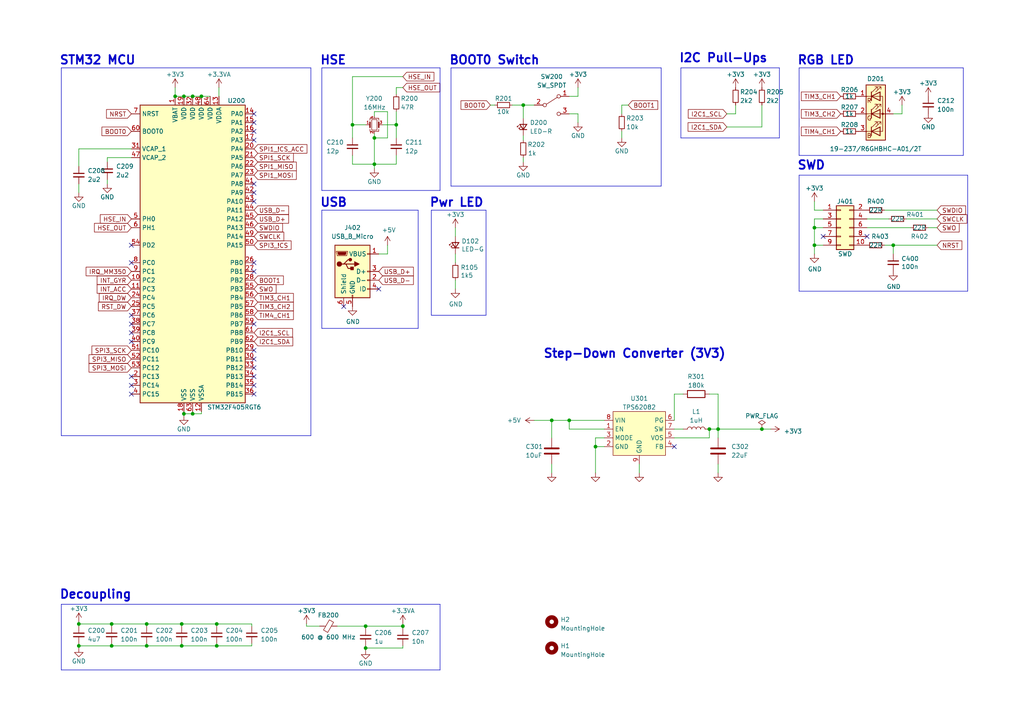
<source format=kicad_sch>
(kicad_sch (version 20230121) (generator eeschema)
  (paper "A4")
  (lib_symbols
    (symbol "Connector_Generic:Conn_02x05_Odd_Even" (pin_names (offset 1.016) hide)
      (property "Reference" "J" (at 1.27 7.62 0))
      (property "Value" "Conn_02x05_Odd_Even" (at 1.27 -7.62 0))
      (symbol "Conn_02x05_Odd_Even_1_1"
        (pin passive line (at -5.08 5.08 0) (length 3.81) (name "Pin_1") (number "1"))
        (pin passive line (at 7.62 -5.08 180) (length 3.81) (name "Pin_10") (number "10"))
        (pin passive line (at 7.62 5.08 180) (length 3.81) (name "Pin_2") (number "2"))
        (pin passive line (at -5.08 2.54 0) (length 3.81) (name "Pin_3") (number "3"))
        (pin passive line (at 7.62 2.54 180) (length 3.81) (name "Pin_4") (number "4"))
        (pin passive line (at -5.08 0 0) (length 3.81) (name "Pin_5") (number "5"))
        (pin passive line (at 7.62 0 180) (length 3.81) (name "Pin_6") (number "6"))
        (pin passive line (at -5.08 -2.54 0) (length 3.81) (name "Pin_7") (number "7"))
        (pin passive line (at 7.62 -2.54 180) (length 3.81) (name "Pin_8") (number "8"))
        (pin passive line (at -5.08 -5.08 0) (length 3.81) (name "Pin_9") (number "9"))
      )
    )
    (symbol "Device:C" (pin_numbers hide) (pin_names (offset 0.254))
      (property "Reference" "C" (at 0.635 2.54 0))
      (property "Value" "C" (at 0.635 -2.54 0))
      (symbol "C_1_1"
        (pin passive line (at 0 3.81 270) (length 2.794) (name "~") (number "1"))
        (pin passive line (at 0 -3.81 90) (length 2.794) (name "~") (number "2"))
      )
    )
    (symbol "Device:C_Small" (pin_numbers hide) (pin_names (offset 0.254) hide)
      (property "Reference" "C" (at 0.254 1.778 0))
      (property "Value" "C_Small" (at 0.254 -2.032 0))
      (symbol "C_Small_1_1"
        (pin passive line (at 0 2.54 270) (length 2.032) (name "~") (number "1"))
        (pin passive line (at 0 -2.54 90) (length 2.032) (name "~") (number "2"))
      )
    )
    (symbol "Device:Crystal_GND24_Small" (pin_names (offset 1.016) hide)
      (property "Reference" "Y" (at 1.27 4.445 0))
      (property "Value" "Crystal_GND24_Small" (at 1.27 2.54 0))
      (symbol "Crystal_GND24_Small_1_1"
        (pin passive line (at -2.54 0 0) (length 1.27) (name "1") (number "1"))
        (pin passive line (at 0 -2.54 90) (length 0.635) (name "2") (number "2"))
        (pin passive line (at 2.54 0 180) (length 1.27) (name "3") (number "3"))
        (pin passive line (at 0 2.54 270) (length 0.635) (name "4") (number "4"))
      )
    )
    (symbol "Device:FerriteBead" (pin_numbers hide) (pin_names (offset 0))
      (property "Reference" "FB" (at -3.81 0.635 90))
      (property "Value" "FerriteBead" (at 3.81 0 90))
      (symbol "FerriteBead_1_1"
        (pin passive line (at 0 3.81 270) (length 2.54) (name "~") (number "1"))
        (pin passive line (at 0 -3.81 90) (length 2.54) (name "~") (number "2"))
      )
    )
    (symbol "Device:L" (pin_numbers hide) (pin_names (offset 1.016) hide)
      (property "Reference" "L" (at -1.27 0 90))
      (property "Value" "L" (at 1.905 0 90))
      (symbol "L_1_1"
        (pin passive line (at 0 3.81 270) (length 1.27) (name "1") (number "1"))
        (pin passive line (at 0 -3.81 90) (length 1.27) (name "2") (number "2"))
      )
    )
    (symbol "Device:LED" (pin_numbers hide) (pin_names (offset 1.016) hide)
      (property "Reference" "D" (at 0 2.54 0))
      (property "Value" "LED" (at 0 -2.54 0))
      (symbol "LED_1_1"
        (pin passive line (at -3.81 0 0) (length 2.54) (name "K") (number "1"))
        (pin passive line (at 3.81 0 180) (length 2.54) (name "A") (number "2"))
      )
    )
    (symbol "Device:LED_RGBA" (pin_names (offset 0) hide)
      (property "Reference" "D" (at 0 9.398 0))
      (property "Value" "LED_RGBA" (at 0 -8.89 0))
      (symbol "LED_RGBA_0_0"
        (text "B" (at -1.905 -6.35 0) (effects (font (size 1.27 1.27))))
        (text "G" (at -1.905 -1.27 0) (effects (font (size 1.27 1.27))))
        (text "R" (at -1.905 3.81 0) (effects (font (size 1.27 1.27))))
      )
      (symbol "LED_RGBA_1_1"
        (pin passive line (at -5.08 5.08 0) (length 2.54) (name "RK") (number "1"))
        (pin passive line (at -5.08 0 0) (length 2.54) (name "GK") (number "2"))
        (pin passive line (at -5.08 -5.08 0) (length 2.54) (name "BK") (number "3"))
        (pin passive line (at 5.08 0 180) (length 2.54) (name "A") (number "4"))
      )
    )
    (symbol "Device:LED_Small" (pin_numbers hide) (pin_names (offset 0.254) hide)
      (property "Reference" "D" (at -1.27 3.175 0))
      (property "Value" "LED_Small" (at -4.445 -2.54 0))
      (symbol "LED_Small_1_1"
        (pin passive line (at -2.54 0 0) (length 1.778) (name "K") (number "1"))
        (pin passive line (at 2.54 0 180) (length 1.778) (name "A") (number "2"))
      )
    )
    (symbol "Device:R" (pin_numbers hide) (pin_names (offset 0))
      (property "Reference" "R" (at 2.032 0 90))
      (property "Value" "R" (at 0 0 90))
      (symbol "R_1_1"
        (pin passive line (at 0 3.81 270) (length 1.27) (name "~") (number "1"))
        (pin passive line (at 0 -3.81 90) (length 1.27) (name "~") (number "2"))
      )
    )
    (symbol "Device:R_Small" (pin_numbers hide) (pin_names (offset 0.254) hide)
      (property "Reference" "R" (at 0.762 0.508 0))
      (property "Value" "R_Small" (at 0.762 -1.016 0))
      (symbol "R_Small_1_1"
        (pin passive line (at 0 2.54 270) (length 0.762) (name "~") (number "1"))
        (pin passive line (at 0 -2.54 90) (length 0.762) (name "~") (number "2"))
      )
    )
    (symbol "MayFly-Library:8Y38472012"
      (property "Reference" "X" (at 0 7.62 0))
      (property "Value" "8Y38472012" (at 0 5.08 0))
      (symbol "8Y38472012_1_1"
        (pin input line (at -7.62 0 0) (length 2.54) (name "X1") (number "1"))
        (pin power_in line (at -7.62 -2.54 0) (length 2.54) (name "GND") (number "2"))
        (pin output line (at 7.62 -2.54 180) (length 2.54) (name "X2") (number "3"))
        (pin power_in line (at 7.62 0 180) (length 2.54) (name "GND") (number "4"))
      )
    )
    (symbol "MayFly-Library:BMI088"
      (property "Reference" "U" (at 0 10.16 0))
      (property "Value" "BMI088" (at 0 7.62 0))
      (symbol "BMI088_0_0"
        (pin passive line (at -7.62 -1.27 270) (length 5.08) (name "INT2") (number "1"))
        (pin passive line (at 5.08 -39.37 90) (length 5.08) (name "SDO2") (number "10"))
        (pin passive line (at 2.54 -39.37 90) (length 5.08) (name "VDDIO") (number "11"))
        (pin passive line (at 0 -39.37 90) (length 5.08) (name "INT3") (number "12"))
        (pin passive line (at -2.54 -39.37 90) (length 5.08) (name "INT4") (number "13"))
        (pin passive line (at -5.08 -39.37 90) (length 5.08) (name "CSB1") (number "14"))
        (pin passive line (at -7.62 -39.37 90) (length 5.08) (name "SDO1") (number "15"))
        (pin passive line (at -17.78 -19.05 0) (length 5.08) (name "INT1") (number "16"))
        (pin passive line (at -2.54 -1.27 270) (length 5.08) (name "VDD") (number "3"))
        (pin passive line (at 0 -1.27 270) (length 5.08) (name "GNDA") (number "4"))
        (pin passive line (at 2.54 -1.27 270) (length 5.08) (name "CSB2") (number "5"))
        (pin passive line (at 5.08 -1.27 270) (length 5.08) (name "GNDIO") (number "6"))
        (pin passive line (at 7.62 -1.27 270) (length 5.08) (name "PS") (number "7"))
        (pin passive line (at 17.78 -19.05 180) (length 5.08) (name "SCL/SCK") (number "8"))
        (pin passive line (at 7.62 -39.37 90) (length 5.08) (name "SDA/SDI") (number "9"))
      )
      (symbol "BMI088_1_0"
        (pin passive line (at -5.08 -1.27 270) (length 5.08) (name "NC") (number "2"))
      )
    )
    (symbol "MayFly-Library:BMM350"
      (property "Reference" "U" (at 0 10.16 0))
      (property "Value" "BMM350" (at 0 7.62 0))
      (symbol "BMM350_1_1"
        (pin output line (at -12.7 0 0) (length 2.54) (name "INT") (number "A1"))
        (pin bidirectional line (at -12.7 -2.54 0) (length 2.54) (name "SDA") (number "A2"))
        (pin bidirectional line (at -12.7 -5.08 0) (length 2.54) (name "SCK") (number "A3"))
        (pin passive line (at -2.54 -12.7 90) (length 2.54) (name "GND") (number "B1"))
        (pin input line (at 0 -12.7 90) (length 2.54) (name "ADSEL") (number "B2"))
        (pin power_in line (at 2.54 -12.7 90) (length 2.54) (name "VDDIO") (number "B3"))
        (pin power_in line (at 12.7 -5.08 180) (length 2.54) (name "VDD") (number "C1"))
        (pin passive line (at 12.7 -2.54 180) (length 2.54) (name "CRST") (number "C2"))
        (pin passive line (at 12.7 0 180) (length 2.54) (name "BYPASS") (number "C3"))
      )
    )
    (symbol "MayFly-Library:DW3220"
      (property "Reference" "U" (at 25.4 30.48 0))
      (property "Value" "DW3220" (at 0 0.635 0))
      (symbol "DW3220_1_1"
        (pin output line (at -30.48 -2.54 0) (length 2.54) (name "IRQ") (number "1"))
        (pin power_in line (at 30.48 -7.62 180) (length 2.54) (name "GND") (number "10"))
        (pin power_in line (at 30.48 -5.08 180) (length 2.54) (name "GND") (number "11"))
        (pin power_in line (at 30.48 -2.54 180) (length 2.54) (name "GND") (number "12"))
        (pin bidirectional line (at -2.54 27.94 270) (length 2.54) (name "RF2") (number "13"))
        (pin power_in line (at 10.16 27.94 270) (length 2.54) (name "GND") (number "14"))
        (pin power_in line (at 7.62 27.94 270) (length 2.54) (name "GND") (number "15"))
        (pin power_in line (at 2.54 27.94 270) (length 2.54) (name "GND") (number "16"))
        (pin power_in line (at 0 27.94 270) (length 2.54) (name "GND") (number "17"))
        (pin bidirectional line (at -10.16 27.94 270) (length 2.54) (name "RF1") (number "18"))
        (pin power_in line (at -12.7 27.94 270) (length 2.54) (name "GND") (number "19"))
        (pin input line (at -7.62 -33.02 90) (length 2.54) (name "GPIO6/SPIPHA") (number "2"))
        (pin power_in line (at -5.08 27.94 270) (length 2.54) (name "GND") (number "20"))
        (pin input line (at 30.48 7.62 180) (length 2.54) (name "XTI") (number "21"))
        (pin input line (at 30.48 5.08 180) (length 2.54) (name "XTO") (number "22"))
        (pin power_in line (at -30.48 -15.24 0) (length 2.54) (name "VDD2b") (number "23"))
        (pin power_in line (at 7.62 -33.02 90) (length 2.54) (name "VSS2") (number "24"))
        (pin power_in line (at 10.16 -33.02 90) (length 2.54) (name "VSS3") (number "25"))
        (pin power_in line (at 12.7 -33.02 90) (length 2.54) (name "VDD3") (number "26"))
        (pin bidirectional line (at -5.08 -33.02 90) (length 2.54) (name "VTX_D") (number "27"))
        (pin power_in line (at -15.24 27.94 270) (length 2.54) (name "VDD2a") (number "28"))
        (pin power_in line (at -30.48 -12.7 0) (length 2.54) (name "VDD1") (number "29"))
        (pin input line (at -10.16 -33.02 90) (length 2.54) (name "GPIO0/RXOKLED") (number "3"))
        (pin power_in line (at 5.08 -33.02 90) (length 2.54) (name "VSS1") (number "30"))
        (pin output line (at -30.48 2.54 0) (length 2.54) (name "EXTON") (number "31"))
        (pin input line (at -30.48 -10.16 0) (length 2.54) (name "WAKEUP") (number "32"))
        (pin output line (at -30.48 5.08 0) (length 2.54) (name "RSTn") (number "33"))
        (pin input line (at -30.48 7.62 0) (length 2.54) (name "SPICLK") (number "34"))
        (pin input line (at -30.48 -7.62 0) (length 2.54) (name "SPIMOSI") (number "35"))
        (pin input line (at -30.48 10.16 0) (length 2.54) (name "SPIMISO") (number "36"))
        (pin input line (at -30.48 -5.08 0) (length 2.54) (name "SPICSn") (number "37"))
        (pin bidirectional line (at -30.48 12.7 0) (length 2.54) (name "VIO_D") (number "38"))
        (pin power_in line (at -30.48 15.24 0) (length 2.54) (name "VSS") (number "39"))
        (pin input line (at 0 -33.02 90) (length 2.54) (name "GPIO1/SFDLED") (number "4"))
        (pin power_in line (at 2.54 -33.02 90) (length 2.54) (name "VSS") (number "40"))
        (pin input line (at -2.54 -33.02 90) (length 2.54) (name "GPIO5/SPIPOL") (number "5"))
        (pin input line (at 30.48 -12.7 180) (length 2.54) (name "GPIO2/RXLED") (number "6"))
        (pin input line (at 30.48 -15.24 180) (length 2.54) (name "GPIO3/TXLED") (number "7"))
        (pin input line (at 30.48 0 180) (length 2.54) (name "GPIO4/EXTPA") (number "8"))
        (pin input line (at 12.7 27.94 270) (length 2.54) (name "GPIO07/SYNC") (number "9"))
      )
    )
    (symbol "MayFly-Library:RF-EdgeConnector"
      (property "Reference" "J" (at 0 10.16 0))
      (property "Value" "RF EdgeConnector" (at 0 7.62 0))
      (property "Footprint" "MayFly-Library:RF-EdgeConnector" (at 1.27 -7.62 0))
      (symbol "RF-EdgeConnector_0_0"
        (pin passive line (at -10.16 2.54 0) (length 5.08) (name "1") (number "1"))
        (pin passive line (at -10.16 0 0) (length 5.08) (name "2") (number "2"))
        (pin passive line (at -10.16 -2.54 0) (length 5.08) (name "3") (number "3"))
      )
      (symbol "RF-EdgeConnector_1_0"
        (pin passive line (at 10.16 2.54 180) (length 5.08) (name "4") (number "4"))
        (pin passive line (at 10.16 -2.54 180) (length 5.08) (name "5") (number "5"))
      )
    )
    (symbol "MayFly-Library:TPS62082"
      (property "Reference" "U" (at 0 10.16 0))
      (property "Value" "TPS62082" (at 0 7.62 0))
      (property "LCSC" "C485809" (at 1.27 -13.97 0))
      (property "Mouser" "595-TPS62082DSGR" (at 1.27 -11.43 0))
      (symbol "TPS62082_1_1"
        (pin passive line (at -10.16 1.27 0) (length 2.54) (name "EN") (number "1"))
        (pin passive line (at -10.16 -3.81 0) (length 2.54) (name "GND") (number "2"))
        (pin passive line (at -10.16 -1.27 0) (length 2.54) (name "MODE") (number "3"))
        (pin passive line (at 10.16 -3.81 180) (length 2.54) (name "FB") (number "4"))
        (pin passive line (at 10.16 -1.27 180) (length 2.54) (name "VOS") (number "5"))
        (pin passive line (at 10.16 3.81 180) (length 2.54) (name "PG") (number "6"))
        (pin passive line (at 10.16 1.27 180) (length 2.54) (name "SW") (number "7"))
        (pin passive line (at -10.16 3.81 0) (length 2.54) (name "VIN") (number "8"))
        (pin passive line (at 0 -8.89 90) (length 2.54) (name "GND") (number "9"))
      )
    )
    (symbol "Mechanical:MountingHole" (pin_names (offset 1.016))
      (property "Reference" "H" (at 0 5.08 0))
      (property "Value" "MountingHole" (at 0 3.175 0))
    )
    (symbol "RBoard-rescue:Ferrite_Bead_Small-Device" (pin_numbers hide) (pin_names (offset 0))
      (property "Reference" "FB" (at 1.905 1.27 0))
      (property "Value" "Device_Ferrite_Bead_Small" (at 1.905 -1.27 0))
      (symbol "Ferrite_Bead_Small-Device_1_1"
        (pin passive line (at 0 2.54 270) (length 1.27) (name "~") (number "1"))
        (pin passive line (at 0 -2.54 90) (length 1.27) (name "~") (number "2"))
      )
    )
    (symbol "RBoard-rescue:STM32F405RGTx-MCU_ST_STM32F4"
      (property "Reference" "U" (at -15.24 44.45 0))
      (property "Value" "MCU_ST_STM32F4_STM32F405RGTx" (at 10.16 44.45 0))
      (symbol "STM32F405RGTx-MCU_ST_STM32F4_1_1"
        (pin power_in line (at -5.08 45.72 270) (length 2.54) (name "VBAT") (number "1"))
        (pin bidirectional line (at -17.78 -7.62 0) (length 2.54) (name "PC2") (number "10"))
        (pin bidirectional line (at -17.78 -10.16 0) (length 2.54) (name "PC3") (number "11"))
        (pin power_in line (at 2.54 -45.72 90) (length 2.54) (name "VSSA") (number "12"))
        (pin power_in line (at 7.62 45.72 270) (length 2.54) (name "VDDA") (number "13"))
        (pin bidirectional line (at 17.78 40.64 180) (length 2.54) (name "PA0") (number "14"))
        (pin bidirectional line (at 17.78 38.1 180) (length 2.54) (name "PA1") (number "15"))
        (pin bidirectional line (at 17.78 35.56 180) (length 2.54) (name "PA2") (number "16"))
        (pin bidirectional line (at 17.78 33.02 180) (length 2.54) (name "PA3") (number "17"))
        (pin power_in line (at -2.54 -45.72 90) (length 2.54) (name "VSS") (number "18"))
        (pin power_in line (at -2.54 45.72 270) (length 2.54) (name "VDD") (number "19"))
        (pin bidirectional line (at -17.78 -35.56 0) (length 2.54) (name "PC13") (number "2"))
        (pin bidirectional line (at 17.78 30.48 180) (length 2.54) (name "PA4") (number "20"))
        (pin bidirectional line (at 17.78 27.94 180) (length 2.54) (name "PA5") (number "21"))
        (pin bidirectional line (at 17.78 25.4 180) (length 2.54) (name "PA6") (number "22"))
        (pin bidirectional line (at 17.78 22.86 180) (length 2.54) (name "PA7") (number "23"))
        (pin bidirectional line (at -17.78 -12.7 0) (length 2.54) (name "PC4") (number "24"))
        (pin bidirectional line (at -17.78 -15.24 0) (length 2.54) (name "PC5") (number "25"))
        (pin bidirectional line (at 17.78 -2.54 180) (length 2.54) (name "PB0") (number "26"))
        (pin bidirectional line (at 17.78 -5.08 180) (length 2.54) (name "PB1") (number "27"))
        (pin bidirectional line (at 17.78 -7.62 180) (length 2.54) (name "PB2") (number "28"))
        (pin bidirectional line (at 17.78 -27.94 180) (length 2.54) (name "PB10") (number "29"))
        (pin bidirectional line (at -17.78 -38.1 0) (length 2.54) (name "PC14") (number "3"))
        (pin bidirectional line (at 17.78 -30.48 180) (length 2.54) (name "PB11") (number "30"))
        (pin power_in line (at -17.78 30.48 0) (length 2.54) (name "VCAP_1") (number "31"))
        (pin power_in line (at 0 45.72 270) (length 2.54) (name "VDD") (number "32"))
        (pin bidirectional line (at 17.78 -33.02 180) (length 2.54) (name "PB12") (number "33"))
        (pin bidirectional line (at 17.78 -35.56 180) (length 2.54) (name "PB13") (number "34"))
        (pin bidirectional line (at 17.78 -38.1 180) (length 2.54) (name "PB14") (number "35"))
        (pin bidirectional line (at 17.78 -40.64 180) (length 2.54) (name "PB15") (number "36"))
        (pin bidirectional line (at -17.78 -17.78 0) (length 2.54) (name "PC6") (number "37"))
        (pin bidirectional line (at -17.78 -20.32 0) (length 2.54) (name "PC7") (number "38"))
        (pin bidirectional line (at -17.78 -22.86 0) (length 2.54) (name "PC8") (number "39"))
        (pin bidirectional line (at -17.78 -40.64 0) (length 2.54) (name "PC15") (number "4"))
        (pin bidirectional line (at -17.78 -25.4 0) (length 2.54) (name "PC9") (number "40"))
        (pin bidirectional line (at 17.78 20.32 180) (length 2.54) (name "PA8") (number "41"))
        (pin bidirectional line (at 17.78 17.78 180) (length 2.54) (name "PA9") (number "42"))
        (pin bidirectional line (at 17.78 15.24 180) (length 2.54) (name "PA10") (number "43"))
        (pin bidirectional line (at 17.78 12.7 180) (length 2.54) (name "PA11") (number "44"))
        (pin bidirectional line (at 17.78 10.16 180) (length 2.54) (name "PA12") (number "45"))
        (pin bidirectional line (at 17.78 7.62 180) (length 2.54) (name "PA13") (number "46"))
        (pin power_in line (at -17.78 27.94 0) (length 2.54) (name "VCAP_2") (number "47"))
        (pin power_in line (at 2.54 45.72 270) (length 2.54) (name "VDD") (number "48"))
        (pin bidirectional line (at 17.78 5.08 180) (length 2.54) (name "PA14") (number "49"))
        (pin input line (at -17.78 10.16 0) (length 2.54) (name "PH0") (number "5"))
        (pin bidirectional line (at 17.78 2.54 180) (length 2.54) (name "PA15") (number "50"))
        (pin bidirectional line (at -17.78 -27.94 0) (length 2.54) (name "PC10") (number "51"))
        (pin bidirectional line (at -17.78 -30.48 0) (length 2.54) (name "PC11") (number "52"))
        (pin bidirectional line (at -17.78 -33.02 0) (length 2.54) (name "PC12") (number "53"))
        (pin bidirectional line (at -17.78 2.54 0) (length 2.54) (name "PD2") (number "54"))
        (pin bidirectional line (at 17.78 -10.16 180) (length 2.54) (name "PB3") (number "55"))
        (pin bidirectional line (at 17.78 -12.7 180) (length 2.54) (name "PB4") (number "56"))
        (pin bidirectional line (at 17.78 -15.24 180) (length 2.54) (name "PB5") (number "57"))
        (pin bidirectional line (at 17.78 -17.78 180) (length 2.54) (name "PB6") (number "58"))
        (pin bidirectional line (at 17.78 -20.32 180) (length 2.54) (name "PB7") (number "59"))
        (pin input line (at -17.78 7.62 0) (length 2.54) (name "PH1") (number "6"))
        (pin input line (at -17.78 35.56 0) (length 2.54) (name "BOOT0") (number "60"))
        (pin bidirectional line (at 17.78 -22.86 180) (length 2.54) (name "PB8") (number "61"))
        (pin bidirectional line (at 17.78 -25.4 180) (length 2.54) (name "PB9") (number "62"))
        (pin power_in line (at 0 -45.72 90) (length 2.54) (name "VSS") (number "63"))
        (pin power_in line (at 5.08 45.72 270) (length 2.54) (name "VDD") (number "64"))
        (pin input line (at -17.78 40.64 0) (length 2.54) (name "NRST") (number "7"))
        (pin bidirectional line (at -17.78 -2.54 0) (length 2.54) (name "PC0") (number "8"))
        (pin bidirectional line (at -17.78 -5.08 0) (length 2.54) (name "PC1") (number "9"))
      )
    )
    (symbol "RBoard-rescue:USB_B_Micro-Connector" (pin_names (offset 1.016))
      (property "Reference" "J" (at -5.08 11.43 0))
      (property "Value" "USB_B_Micro-Connector" (at -5.08 8.89 0))
      (symbol "USB_B_Micro-Connector_1_1"
        (pin power_out line (at 7.62 5.08 180) (length 2.54) (name "VBUS") (number "1"))
        (pin passive line (at 7.62 -2.54 180) (length 2.54) (name "D-") (number "2"))
        (pin passive line (at 7.62 0 180) (length 2.54) (name "D+") (number "3"))
        (pin passive line (at 7.62 -5.08 180) (length 2.54) (name "ID") (number "4"))
        (pin power_out line (at 0 -10.16 90) (length 2.54) (name "GND") (number "5"))
        (pin passive line (at -2.54 -10.16 90) (length 2.54) (name "Shield") (number "6"))
      )
    )
    (symbol "SamacSys_Parts:S0911-46R" (pin_names (offset 0.762))
      (property "Reference" "MP" (at 16.51 7.62 0))
      (property "Value" "S0911-46R" (at 16.51 5.08 0))
      (symbol "S0911-46R_0_0"
        (pin passive line (at 0 0 0) (length 5.08) (name "1") (number "1"))
      )
    )
    (symbol "Switch:SW_SPDT" (pin_names (offset 0) hide)
      (property "Reference" "SW" (at 0 4.318 0))
      (property "Value" "SW_SPDT" (at 0 -5.08 0))
      (symbol "SW_SPDT_1_1"
        (pin passive line (at 5.08 2.54 180) (length 2.54) (name "A") (number "1"))
        (pin passive line (at -5.08 0 0) (length 2.54) (name "B") (number "2"))
        (pin passive line (at 5.08 -2.54 180) (length 2.54) (name "C") (number "3"))
      )
    )
    (symbol "power:+3.3VA" (power) (pin_names (offset 0))
      (property "Value" "+3.3VA" (at 0 3.556 0))
      (symbol "+3.3VA_1_1"
        (pin power_in line (at 0 0 90) (length 0) hide (name "+3.3VA") (number "1"))
      )
    )
    (symbol "power:+3V3" (power) (pin_names (offset 0))
      (property "Value" "+3V3" (at 0 3.556 0))
      (symbol "+3V3_1_1"
        (pin power_in line (at 0 0 90) (length 0) hide (name "+3V3") (number "1"))
      )
    )
    (symbol "power:+5V" (power) (pin_names (offset 0))
      (property "Value" "+5V" (at 0 3.556 0))
      (symbol "+5V_1_1"
        (pin power_in line (at 0 0 90) (length 0) hide (name "+5V") (number "1"))
      )
    )
    (symbol "power:GND" (power) (pin_names (offset 0))
      (property "Value" "GND" (at 0 -3.81 0))
      (symbol "GND_1_1"
        (pin power_in line (at 0 0 270) (length 0) hide (name "GND") (number "1"))
      )
    )
    (symbol "power:PWR_FLAG" (power) (pin_numbers hide) (pin_names (offset 0) hide)
      (property "Value" "PWR_FLAG" (at 0 3.81 0))
      (symbol "PWR_FLAG_0_0"
        (pin power_out line (at 0 0 90) (length 0) (name "pwr") (number "1"))
      )
    )
  )
  (junction (at 160.02 121.92))
  (junction (at -116.84 139.7))
  (junction (at -121.92 104.14))
  (junction (at 165.1 121.92))
  (junction (at 307.34 104.14))
  (junction (at 106.045 187.96))
  (junction (at -71.12 58.42))
  (junction (at 102.235 36.195))
  (junction (at -22.86 139.7))
  (junction (at 32.385 187.325))
  (junction (at -96.52 165.1))
  (junction (at -76.2 38.1))
  (junction (at -58.42 127))
  (junction (at 62.865 187.325))
  (junction (at 32.385 180.975))
  (junction (at -127 162.56))
  (junction (at -55.88 58.42))
  (junction (at 42.545 187.325))
  (junction (at 360.68 99.06))
  (junction (at 236.22 71.12))
  (junction (at 172.72 129.54))
  (junction (at 236.22 66.04))
  (junction (at 42.545 180.975))
  (junction (at 58.42 27.94))
  (junction (at -139.7 38.1))
  (junction (at -104.14 53.34))
  (junction (at 116.84 181.61))
  (junction (at -104.14 127))
  (junction (at -30.48 96.52))
  (junction (at -106.68 68.58))
  (junction (at 108.585 47.625))
  (junction (at -139.7 53.34))
  (junction (at -12.7 111.76))
  (junction (at 108.585 40.005))
  (junction (at -53.34 127))
  (junction (at -116.84 127))
  (junction (at 106.045 181.61))
  (junction (at 340.36 58.42))
  (junction (at -127 177.8))
  (junction (at -60.96 127))
  (junction (at -35.56 139.7))
  (junction (at 55.88 27.94))
  (junction (at 330.2 134.62))
  (junction (at 53.34 120.015))
  (junction (at 50.8 27.94))
  (junction (at 353.06 58.42))
  (junction (at -119.38 53.34))
  (junction (at 52.705 180.975))
  (junction (at 55.88 120.015))
  (junction (at -12.7 104.14))
  (junction (at 22.86 180.975))
  (junction (at 220.98 124.46))
  (junction (at -139.7 127))
  (junction (at -66.04 58.42))
  (junction (at 53.34 27.94))
  (junction (at -129.54 127))
  (junction (at 22.86 187.325))
  (junction (at 62.865 180.975))
  (junction (at 205.74 124.46))
  (junction (at 208.28 124.46))
  (junction (at -63.5 58.42))
  (junction (at -58.42 58.42))
  (junction (at 259.08 71.12))
  (junction (at 114.935 36.195))
  (junction (at -104.14 139.7))
  (junction (at -139.7 104.14))
  (junction (at -48.26 127))
  (junction (at 52.705 187.325))
  (junction (at 151.765 30.48))
  (junction (at -35.56 127))
  (no_connect (at 109.855 83.82))
  (no_connect (at 73.66 38.1))
  (no_connect (at 73.66 93.98))
  (no_connect (at -66.04 124.46))
  (no_connect (at 73.66 106.68))
  (no_connect (at 38.1 93.98))
  (no_connect (at 73.66 55.88))
  (no_connect (at 73.66 111.76))
  (no_connect (at 73.66 35.56))
  (no_connect (at -35.56 91.44))
  (no_connect (at -68.58 124.46))
  (no_connect (at 73.66 114.3))
  (no_connect (at 73.66 104.14))
  (no_connect (at 73.66 58.42))
  (no_connect (at 73.66 76.2))
  (no_connect (at 73.66 40.64))
  (no_connect (at 38.1 91.44))
  (no_connect (at -96.52 101.6))
  (no_connect (at 38.1 114.3))
  (no_connect (at -53.34 63.5))
  (no_connect (at 195.58 129.54))
  (no_connect (at 38.1 99.06))
  (no_connect (at 38.1 111.76))
  (no_connect (at 73.66 78.74))
  (no_connect (at 353.06 106.68))
  (no_connect (at 238.76 68.58))
  (no_connect (at 38.1 76.2))
  (no_connect (at 314.96 99.06))
  (no_connect (at 73.66 109.22))
  (no_connect (at 73.66 53.34))
  (no_connect (at -73.66 124.46))
  (no_connect (at 99.695 88.9))
  (no_connect (at 38.1 109.22))
  (no_connect (at 73.66 101.6))
  (no_connect (at 73.66 33.02))
  (no_connect (at -96.52 88.9))
  (no_connect (at 38.1 71.12))
  (no_connect (at 38.1 96.52))
  (no_connect (at -76.2 124.46))
  (no_connect (at 251.46 68.58))
  (wire (pts (xy -63.5 127) (xy -60.96 127)))
  (wire (pts (xy 210.82 33.02) (xy 213.36 33.02)))
  (polyline (pts (xy 93.345 60.96) (xy 121.285 60.96)))
  (wire (pts (xy 106.045 187.96) (xy 106.045 188.595)))
  (polyline (pts (xy 93.345 95.25) (xy 121.285 95.25)))
  (wire (pts (xy 31.115 53.34) (xy 31.115 52.07)))
  (wire (pts (xy 355.6 104.14) (xy 355.6 124.46)))
  (polyline (pts (xy 121.285 95.25) (xy 121.285 60.96)))
  (wire (pts (xy 108.585 40.005) (xy 108.585 38.735)))
  (wire (pts (xy 350.52 50.8) (xy 353.06 50.8)))
  (polyline (pts (xy 231.775 50.8) (xy 280.67 50.8)))
  (wire (pts (xy 167.64 27.94) (xy 167.64 25.4)))
  (wire (pts (xy -121.92 76.2) (xy -119.38 76.2)))
  (wire (pts (xy 132.08 83.82) (xy 132.08 81.28)))
  (polyline (pts (xy 17.78 126.365) (xy 90.17 126.365)))
  (wire (pts (xy 112.395 32.385) (xy 112.395 40.005)))
  (wire (pts (xy 353.06 99.06) (xy 360.68 99.06)))
  (wire (pts (xy 132.08 66.04) (xy 132.08 68.58)))
  (wire (pts (xy -104.14 106.68) (xy -96.52 106.68)))
  (wire (pts (xy 106.045 181.61) (xy 116.84 181.61)))
  (wire (pts (xy 63.5 25.4) (xy 63.5 27.94)))
  (polyline (pts (xy 125.095 60.96) (xy 125.095 91.44)))
  (wire (pts (xy 62.865 186.69) (xy 62.865 187.325)))
  (wire (pts (xy -139.7 104.14) (xy -121.92 104.14)))
  (wire (pts (xy -121.92 83.82) (xy -119.38 83.82)))
  (wire (pts (xy 151.765 40.64) (xy 151.765 39.37)))
  (wire (pts (xy 108.585 47.625) (xy 102.235 47.625)))
  (wire (pts (xy 55.88 120.015) (xy 58.42 120.015)))
  (wire (pts (xy -139.7 104.14) (xy -139.7 127)))
  (wire (pts (xy -55.88 58.42) (xy -55.88 63.5)))
  (wire (pts (xy -78.74 58.42) (xy -71.12 58.42)))
  (polyline (pts (xy 127.635 19.685) (xy 127.635 55.245)))
  (wire (pts (xy 307.34 104.14) (xy 314.96 104.14)))
  (polyline (pts (xy 280.67 84.455) (xy 231.775 84.455)))
  (wire (pts (xy -15.24 111.76) (xy -12.7 111.76)))
  (wire (pts (xy -76.2 30.48) (xy -76.2 38.1)))
  (wire (pts (xy 42.545 180.975) (xy 52.705 180.975)))
  (wire (pts (xy -109.22 81.28) (xy -96.52 81.28)))
  (wire (pts (xy -35.56 139.7) (xy -22.86 139.7)))
  (wire (pts (xy -127 177.8) (xy -127 180.34)))
  (wire (pts (xy -53.34 124.46) (xy -53.34 127)))
  (wire (pts (xy 340.36 58.42) (xy 353.06 58.42)))
  (wire (pts (xy -124.46 53.34) (xy -119.38 53.34)))
  (wire (pts (xy 42.545 186.69) (xy 42.545 187.325)))
  (wire (pts (xy 108.585 32.385) (xy 112.395 32.385)))
  (wire (pts (xy -60.96 127) (xy -60.96 142.24)))
  (wire (pts (xy 73.025 187.325) (xy 73.025 186.69)))
  (wire (pts (xy -96.52 96.52) (xy -109.22 96.52)))
  (wire (pts (xy -119.38 53.34) (xy -119.38 55.88)))
  (wire (pts (xy -99.06 165.1) (xy -96.52 165.1)))
  (wire (pts (xy -129.54 139.7) (xy -116.84 139.7)))
  (wire (pts (xy -121.92 104.14) (xy -121.92 109.22)))
  (wire (pts (xy -96.52 78.74) (xy -106.68 78.74)))
  (wire (pts (xy -22.86 139.7) (xy -22.86 142.24)))
  (wire (pts (xy -30.48 93.98) (xy -30.48 96.52)))
  (wire (pts (xy -25.4 104.14) (xy -22.86 104.14)))
  (wire (pts (xy -139.7 147.32) (xy -139.7 127)))
  (wire (pts (xy 312.42 109.22) (xy 314.96 109.22)))
  (wire (pts (xy -121.92 116.84) (xy -121.92 119.38)))
  (polyline (pts (xy 93.345 55.245) (xy 93.345 19.685)))
  (polyline (pts (xy 140.97 60.96) (xy 125.095 60.96)))
  (wire (pts (xy 236.22 71.12) (xy 238.76 71.12)))
  (wire (pts (xy 353.06 58.42) (xy 360.68 58.42)))
  (wire (pts (xy -53.34 127) (xy -53.34 147.32)))
  (wire (pts (xy -48.26 139.7) (xy -35.56 139.7)))
  (wire (pts (xy 236.22 66.04) (xy 236.22 63.5)))
  (wire (pts (xy -15.24 104.14) (xy -12.7 104.14)))
  (wire (pts (xy 236.22 63.5) (xy 238.76 63.5)))
  (wire (pts (xy 165.1 27.94) (xy 167.64 27.94)))
  (wire (pts (xy -119.38 53.34) (xy -104.14 53.34)))
  (wire (pts (xy 182.245 30.48) (xy 180.34 30.48)))
  (wire (pts (xy 257.81 63.5) (xy 251.46 63.5)))
  (wire (pts (xy -78.74 63.5) (xy -78.74 58.42)))
  (wire (pts (xy -63.5 58.42) (xy -58.42 58.42)))
  (wire (pts (xy 325.12 45.72) (xy 322.58 45.72)))
  (polyline (pts (xy 17.78 194.31) (xy 127.635 194.31)))
  (wire (pts (xy 88.9 180.975) (xy 88.9 181.61)))
  (wire (pts (xy 102.235 40.005) (xy 102.235 36.195)))
  (wire (pts (xy -78.74 38.1) (xy -76.2 38.1)))
  (wire (pts (xy 307.34 93.98) (xy 314.96 93.98)))
  (polyline (pts (xy 17.78 175.26) (xy 127.635 175.26)))
  (wire (pts (xy 112.395 71.12) (xy 112.395 73.66)))
  (wire (pts (xy 32.385 181.61) (xy 32.385 180.975)))
  (polyline (pts (xy 127.635 194.31) (xy 127.635 175.26)))
  (wire (pts (xy 261.62 30.48) (xy 261.62 33.02)))
  (wire (pts (xy 148.59 30.48) (xy 151.765 30.48)))
  (wire (pts (xy 58.42 120.015) (xy 58.42 119.38)))
  (wire (pts (xy -104.14 106.68) (xy -104.14 127)))
  (wire (pts (xy 259.08 73.66) (xy 259.08 71.12)))
  (wire (pts (xy -127 162.56) (xy -114.3 162.56)))
  (wire (pts (xy 52.705 187.325) (xy 62.865 187.325)))
  (wire (pts (xy 165.1 124.46) (xy 165.1 121.92)))
  (wire (pts (xy -66.04 58.42) (xy -63.5 58.42)))
  (wire (pts (xy -96.52 68.58) (xy -106.68 68.58)))
  (wire (pts (xy 53.34 27.94) (xy 55.88 27.94)))
  (wire (pts (xy -35.56 127) (xy -35.56 129.54)))
  (wire (pts (xy -127 177.8) (xy -116.84 177.8)))
  (wire (pts (xy 22.86 187.325) (xy 32.385 187.325)))
  (wire (pts (xy 236.22 58.42) (xy 236.22 60.96)))
  (wire (pts (xy -104.14 142.24) (xy -104.14 139.7)))
  (polyline (pts (xy 231.775 45.085) (xy 279.4 45.085)))
  (wire (pts (xy 160.02 121.92) (xy 160.02 127)))
  (wire (pts (xy -30.48 96.52) (xy -30.48 99.06)))
  (wire (pts (xy -127 167.64) (xy -127 162.56)))
  (wire (pts (xy 271.78 66.04) (xy 269.24 66.04)))
  (wire (pts (xy 142.24 30.48) (xy 143.51 30.48)))
  (wire (pts (xy -12.7 111.76) (xy -12.7 114.3)))
  (wire (pts (xy 22.86 187.96) (xy 22.86 187.325)))
  (wire (pts (xy 307.34 93.98) (xy 307.34 104.14)))
  (wire (pts (xy 205.74 124.46) (xy 208.28 124.46)))
  (wire (pts (xy 108.585 47.625) (xy 114.935 47.625)))
  (polyline (pts (xy 93.345 55.245) (xy 127.635 55.245)))
  (wire (pts (xy 208.28 124.46) (xy 208.28 127)))
  (polyline (pts (xy 197.485 19.685) (xy 197.485 40.005)))
  (wire (pts (xy 172.72 127) (xy 175.26 127)))
  (wire (pts (xy -63.5 124.46) (xy -63.5 127)))
  (wire (pts (xy 42.545 187.325) (xy 52.705 187.325)))
  (wire (pts (xy 53.34 120.015) (xy 53.34 119.38)))
  (wire (pts (xy 353.06 50.8) (xy 353.06 58.42)))
  (wire (pts (xy -111.76 91.44) (xy -109.22 91.44)))
  (wire (pts (xy 22.86 187.325) (xy 22.86 186.69)))
  (wire (pts (xy 360.68 99.06) (xy 360.68 134.62)))
  (wire (pts (xy -104.14 127) (xy -104.14 129.54)))
  (wire (pts (xy 180.34 30.48) (xy 180.34 33.02)))
  (wire (pts (xy -76.2 48.26) (xy -76.2 63.5)))
  (wire (pts (xy -121.92 99.06) (xy -119.38 99.06)))
  (polyline (pts (xy 90.17 19.685) (xy 90.17 126.365)))
  (wire (pts (xy 236.22 60.96) (xy 238.76 60.96)))
  (wire (pts (xy -68.58 55.88) (xy -68.58 63.5)))
  (wire (pts (xy -129.54 27.94) (xy -129.54 30.48)))
  (wire (pts (xy -30.48 96.52) (xy -12.7 96.52)))
  (wire (pts (xy 53.34 120.65) (xy 53.34 120.015)))
  (wire (pts (xy -58.42 58.42) (xy -55.88 58.42)))
  (wire (pts (xy 102.235 47.625) (xy 102.235 45.085)))
  (wire (pts (xy -53.34 127) (xy -48.26 127)))
  (wire (pts (xy -116.84 177.8) (xy -116.84 165.1)))
  (wire (pts (xy 195.58 124.46) (xy 198.12 124.46)))
  (wire (pts (xy 167.64 33.02) (xy 167.64 35.56)))
  (polyline (pts (xy 191.77 19.685) (xy 130.81 19.685)))
  (wire (pts (xy 271.78 60.96) (xy 256.54 60.96)))
  (wire (pts (xy 330.2 134.62) (xy 330.2 147.32)))
  (wire (pts (xy 154.94 30.48) (xy 151.765 30.48)))
  (polyline (pts (xy 231.775 84.455) (xy 231.775 50.8)))
  (wire (pts (xy -22.86 137.16) (xy -22.86 139.7)))
  (wire (pts (xy -55.88 58.42) (xy -27.94 58.42)))
  (wire (pts (xy 102.235 22.225) (xy 102.235 36.195)))
  (wire (pts (xy 114.935 47.625) (xy 114.935 45.085)))
  (wire (pts (xy -58.42 124.46) (xy -58.42 127)))
  (wire (pts (xy 185.42 134.62) (xy 185.42 137.16)))
  (polyline (pts (xy 280.67 50.8) (xy 280.67 84.455)))
  (wire (pts (xy 307.34 134.62) (xy 330.2 134.62)))
  (wire (pts (xy -106.68 76.2) (xy -106.68 78.74)))
  (wire (pts (xy 52.705 186.69) (xy 52.705 187.325)))
  (wire (pts (xy 106.045 187.325) (xy 106.045 187.96)))
  (wire (pts (xy -48.26 137.16) (xy -48.26 139.7)))
  (wire (pts (xy 50.8 27.94) (xy 53.34 27.94)))
  (wire (pts (xy -68.58 45.72) (xy -68.58 48.26)))
  (wire (pts (xy 32.385 187.325) (xy 42.545 187.325)))
  (wire (pts (xy 220.98 36.83) (xy 220.98 30.48)))
  (wire (pts (xy -35.56 93.98) (xy -30.48 93.98)))
  (wire (pts (xy -127 175.26) (xy -127 177.8)))
  (wire (pts (xy -111.76 76.2) (xy -109.22 76.2)))
  (wire (pts (xy -139.7 27.94) (xy -139.7 38.1)))
  (wire (pts (xy -139.7 38.1) (xy -129.54 38.1)))
  (wire (pts (xy 53.34 120.015) (xy 55.88 120.015)))
  (wire (pts (xy -76.2 38.1) (xy -76.2 40.64)))
  (wire (pts (xy -58.42 58.42) (xy -58.42 63.5)))
  (wire (pts (xy -139.7 53.34) (xy -132.08 53.34)))
  (wire (pts (xy 50.8 25.4) (xy 50.8 27.94)))
  (wire (pts (xy -22.86 127) (xy -22.86 129.54)))
  (wire (pts (xy 312.42 124.46) (xy 312.42 109.22)))
  (wire (pts (xy 108.585 40.005) (xy 108.585 47.625)))
  (polyline (pts (xy 226.06 40.005) (xy 226.06 19.685)))
  (wire (pts (xy -60.96 124.46) (xy -60.96 127)))
  (wire (pts (xy 330.2 134.62) (xy 360.68 134.62)))
  (wire (pts (xy 52.705 180.975) (xy 62.865 180.975)))
  (wire (pts (xy -116.84 165.1) (xy -114.3 165.1)))
  (wire (pts (xy 167.64 33.02) (xy 165.1 33.02)))
  (wire (pts (xy 160.02 134.62) (xy 160.02 137.16)))
  (wire (pts (xy 31.115 45.72) (xy 38.1 45.72)))
  (wire (pts (xy 172.72 129.54) (xy 175.26 129.54)))
  (wire (pts (xy 106.045 181.61) (xy 97.79 181.61)))
  (wire (pts (xy 116.84 182.245) (xy 116.84 181.61)))
  (wire (pts (xy 350.52 48.26) (xy 353.06 48.26)))
  (wire (pts (xy -104.14 139.7) (xy -104.14 137.16)))
  (wire (pts (xy 154.94 121.92) (xy 160.02 121.92)))
  (wire (pts (xy 112.395 40.005) (xy 108.585 40.005)))
  (wire (pts (xy -48.26 127) (xy -35.56 127)))
  (wire (pts (xy 353.06 104.14) (xy 355.6 104.14)))
  (wire (pts (xy -116.84 137.16) (xy -116.84 139.7)))
  (wire (pts (xy 102.235 22.225) (xy 116.84 22.225)))
  (wire (pts (xy -55.88 127) (xy -55.88 124.46)))
  (wire (pts (xy 106.045 187.96) (xy 116.84 187.96)))
  (wire (pts (xy 22.86 180.975) (xy 32.385 180.975)))
  (wire (pts (xy -35.56 137.16) (xy -35.56 139.7)))
  (wire (pts (xy -121.92 91.44) (xy -119.38 91.44)))
  (wire (pts (xy 210.82 36.83) (xy 220.98 36.83)))
  (wire (pts (xy -96.52 83.82) (xy -111.76 83.82)))
  (wire (pts (xy 236.22 71.12) (xy 236.22 66.04)))
  (wire (pts (xy -81.28 63.5) (xy -81.28 53.34)))
  (wire (pts (xy 31.115 46.99) (xy 31.115 45.72)))
  (wire (pts (xy 42.545 181.61) (xy 42.545 180.975)))
  (wire (pts (xy 322.58 45.72) (xy 322.58 40.64)))
  (wire (pts (xy 116.84 187.96) (xy 116.84 187.325)))
  (polyline (pts (xy 93.345 19.685) (xy 127.635 19.685)))
  (wire (pts (xy 160.02 121.92) (xy 165.1 121.92)))
  (polyline (pts (xy 125.095 91.44) (xy 140.97 91.44)))
  (wire (pts (xy -129.54 127) (xy -116.84 127)))
  (wire (pts (xy 165.1 121.92) (xy 175.26 121.92)))
  (polyline (pts (xy 231.775 45.085) (xy 231.775 19.685)))
  (wire (pts (xy 208.28 134.62) (xy 208.28 137.16)))
  (wire (pts (xy 180.34 40.005) (xy 180.34 38.1)))
  (polyline (pts (xy 130.81 19.685) (xy 130.81 53.975)))
  (wire (pts (xy 88.9 181.61) (xy 92.71 181.61)))
  (wire (pts (xy 62.865 180.975) (xy 73.025 180.975)))
  (wire (pts (xy 112.395 73.66) (xy 109.855 73.66)))
  (wire (pts (xy 108.585 33.655) (xy 108.585 32.385)))
  (wire (pts (xy -116.84 127) (xy -104.14 127)))
  (wire (pts (xy 261.62 33.02) (xy 259.08 33.02)))
  (wire (pts (xy 22.86 53.34) (xy 22.86 55.88)))
  (wire (pts (xy 114.935 25.4) (xy 114.935 27.305)))
  (wire (pts (xy 262.89 63.5) (xy 271.78 63.5)))
  (wire (pts (xy -35.56 96.52) (xy -30.48 96.52)))
  (wire (pts (xy 205.74 114.3) (xy 208.28 114.3)))
  (wire (pts (xy -12.7 111.76) (xy -12.7 104.14)))
  (wire (pts (xy 151.765 46.99) (xy 151.765 45.72)))
  (wire (pts (xy -121.92 104.14) (xy -96.52 104.14)))
  (wire (pts (xy 32.385 180.975) (xy 42.545 180.975)))
  (wire (pts (xy -111.76 99.06) (xy -96.52 99.06)))
  (wire (pts (xy -129.54 137.16) (xy -129.54 139.7)))
  (wire (pts (xy -35.56 111.76) (xy -33.02 111.76)))
  (wire (pts (xy 358.14 116.84) (xy 358.14 101.6)))
  (wire (pts (xy -96.52 175.26) (xy -96.52 180.34)))
  (wire (pts (xy 32.385 186.69) (xy 32.385 187.325)))
  (wire (pts (xy 151.765 34.29) (xy 151.765 30.48)))
  (wire (pts (xy 55.88 27.94) (xy 58.42 27.94)))
  (wire (pts (xy -35.56 99.06) (xy -30.48 99.06)))
  (polyline (pts (xy 279.4 19.685) (xy 279.4 45.085)))
  (polyline (pts (xy 17.78 126.365) (xy 17.78 19.685)))
  (wire (pts (xy 116.84 25.4) (xy 114.935 25.4)))
  (wire (pts (xy 307.34 104.14) (xy 307.34 134.62)))
  (wire (pts (xy 22.86 43.18) (xy 22.86 48.26)))
  (wire (pts (xy 55.88 119.38) (xy 55.88 120.015)))
  (wire (pts (xy 114.935 32.385) (xy 114.935 36.195)))
  (wire (pts (xy -63.5 58.42) (xy -63.5 63.5)))
  (polyline (pts (xy 191.77 53.975) (xy 191.77 19.685)))
  (wire (pts (xy 58.42 27.94) (xy 60.96 27.94)))
  (wire (pts (xy -35.56 104.14) (xy -33.02 104.14)))
  (wire (pts (xy 251.46 66.04) (xy 264.16 66.04)))
  (wire (pts (xy -66.04 58.42) (xy -66.04 63.5)))
  (wire (pts (xy 38.1 43.18) (xy 22.86 43.18)))
  (wire (pts (xy 114.935 36.195) (xy 111.125 36.195)))
  (wire (pts (xy 102.235 36.195) (xy 106.045 36.195)))
  (wire (pts (xy 195.58 114.3) (xy 195.58 121.92)))
  (wire (pts (xy 22.86 180.34) (xy 22.86 180.975)))
  (wire (pts (xy 271.78 71.12) (xy 259.08 71.12)))
  (wire (pts (xy 195.58 127) (xy 205.74 127)))
  (wire (pts (xy 106.045 182.245) (xy 106.045 181.61)))
  (wire (pts (xy 208.28 124.46) (xy 220.98 124.46)))
  (wire (pts (xy -60.96 127) (xy -58.42 127)))
  (wire (pts (xy -129.54 127) (xy -129.54 129.54)))
  (wire (pts (xy -116.84 127) (xy -116.84 129.54)))
  (wire (pts (xy 62.865 187.325) (xy 73.025 187.325)))
  (wire (pts (xy -35.56 127) (xy -22.86 127)))
  (wire (pts (xy -58.42 127) (xy -55.88 127)))
  (wire (pts (xy -119.38 63.5) (xy -119.38 66.04)))
  (polyline (pts (xy 130.81 53.975) (xy 191.77 53.975)))
  (wire (pts (xy 355.6 124.46) (xy 312.42 124.46)))
  (wire (pts (xy -104.14 53.34) (xy -81.28 53.34)))
  (wire (pts (xy 238.76 66.04) (xy 236.22 66.04)))
  (wire (pts (xy -106.68 66.04) (xy -106.68 68.58)))
  (wire (pts (xy -109.22 96.52) (xy -109.22 91.44)))
  (wire (pts (xy 116.84 180.975) (xy 116.84 181.61)))
  (wire (pts (xy -25.4 111.76) (xy -22.86 111.76)))
  (wire (pts (xy 208.28 114.3) (xy 208.28 124.46)))
  (wire (pts (xy 213.36 33.02) (xy 213.36 30.48)))
  (wire (pts (xy 259.08 71.12) (xy 256.54 71.12)))
  (wire (pts (xy -139.7 38.1) (xy -139.7 53.34)))
  (wire (pts (xy -12.7 104.14) (xy -12.7 96.52)))
  (wire (pts (xy 172.72 129.54) (xy 172.72 137.16)))
  (wire (pts (xy -71.12 58.42) (xy -71.12 63.5)))
  (wire (pts (xy -109.22 81.28) (xy -109.22 76.2)))
  (wire (pts (xy 52.705 181.61) (xy 52.705 180.975)))
  (wire (pts (xy -96.52 165.1) (xy -93.98 165.1)))
  (wire (pts (xy 172.72 127) (xy 172.72 129.54)))
  (wire (pts (xy 195.58 114.3) (xy 198.12 114.3)))
  (wire (pts (xy 353.06 101.6) (xy 358.14 101.6)))
  (polyline (pts (xy 93.345 60.96) (xy 93.345 95.25)))
  (wire (pts (xy 175.26 124.46) (xy 165.1 124.46)))
  (polyline (pts (xy 197.485 40.005) (xy 226.06 40.005)))
  (wire (pts (xy -71.12 124.46) (xy -71.12 132.08)))
  (wire (pts (xy -139.7 53.34) (xy -139.7 104.14)))
  (wire (pts (xy 114.935 40.005) (xy 114.935 36.195)))
  (wire (pts (xy -71.12 139.7) (xy -71.12 142.24)))
  (wire (pts (xy 22.86 180.975) (xy 22.86 181.61)))
  (wire (pts (xy 220.98 124.46) (xy 223.52 124.46)))
  (wire (pts (xy -35.56 106.68) (xy -35.56 111.76)))
  (wire (pts (xy -116.84 139.7) (xy -104.14 139.7)))
  (polyline (pts (xy 17.78 19.685) (xy 90.17 19.685)))
  (polyline (pts (xy 17.78 175.26) (xy 17.78 194.31)))
  (wire (pts (xy 132.08 76.2) (xy 132.08 73.66)))
  (wire (pts (xy -139.7 127) (xy -129.54 127)))
  (polyline (pts (xy 140.97 91.44) (xy 140.97 60.96)))
  (polyline (pts (xy 231.775 19.685) (xy 279.4 19.685)))
  (wire (pts (xy 62.865 181.61) (xy 62.865 180.975)))
  (wire (pts (xy 236.22 73.66) (xy 236.22 71.12)))
  (wire (pts (xy -48.26 127) (xy -48.26 129.54)))
  (wire (pts (xy 205.74 124.46) (xy 205.74 127)))
  (wire (pts (xy -96.52 76.2) (xy -96.52 68.58)))
  (wire (pts (xy -53.34 147.32) (xy -139.7 147.32)))
  (wire (pts (xy 108.585 48.895) (xy 108.585 47.625)))
  (polyline (pts (xy 197.485 19.685) (xy 226.06 19.685)))
  (wire (pts (xy 73.025 180.975) (xy 73.025 181.61)))
  (wire (pts (xy -129.54 35.56) (xy -129.54 38.1)))
  (wire (pts (xy -71.12 58.42) (xy -66.04 58.42)))
  (wire (pts (xy -96.52 165.1) (xy -96.52 167.64)))
  (wire (pts (xy -127 162.56) (xy -129.54 162.56)))
  (text "BOOT0 Switch" (at 130.175 19.05 0) (effects (font (size 2.4892 2.4892) (thickness 0.4978) bold) (justify left bottom)))
  (text "Decoupling" (at 17.145 173.99 0) (effects (font (size 2.4892 2.4892) (thickness 0.4978) bold) (justify left bottom)))
  (text "Pwr LED" (at 124.46 60.325 0) (effects (font (size 2.4892 2.4892) (thickness 0.4978) bold) (justify left bottom)))
  (text "SWD" (at 231.14 49.53 0) (effects (font (size 2.4892 2.4892) (thickness 0.4978) bold) (justify left bottom)))
  (text "RGB LED" (at 231.14 19.05 0) (effects (font (size 2.4892 2.4892) (thickness 0.4978) bold) (justify left bottom)))
  (text "Step-Down Converter (3V3)" (at 157.48 104.14 0) (effects (font (size 2.4892 2.4892) (thickness 0.4978) bold) (justify left bottom)))
  (text "USB" (at 92.71 60.325 0) (effects (font (size 2.4892 2.4892) (thickness 0.4978) bold) (justify left bottom)))
  (text "HSE" (at 92.71 19.05 0) (effects (font (size 2.4892 2.4892) (thickness 0.4978) bold) (justify left bottom)))
  (text "STM32 MCU" (at 17.145 19.05 0) (effects (font (size 2.4892 2.4892) (thickness 0.4978) bold) (justify left bottom)))
  (text "I2C Pull-Ups" (at 196.85 18.415 0) (effects (font (size 2.4892 2.4892) (thickness 0.4978) bold) (justify left bottom)))
  (global_label "INT_ACC" (shape input) (at 332.74 119.38 270) (property "Intersheetrefs" "${INTERSHEET_REFS}" (effects hide)))
  (global_label "DW_XT0" (shape input) (at -129.54 162.56 180) (property "Intersheetrefs" "${INTERSHEET_REFS}" (effects hide)))
  (global_label "RST_DW" (shape input) (at -96.52 86.36 180) (property "Intersheetrefs" "${INTERSHEET_REFS}" (effects hide)))
  (global_label "SWCLK" (shape input) (at 73.66 68.58 0) (property "Intersheetrefs" "${INTERSHEET_REFS}" (effects hide)))
  (global_label "SPI1_SCK" (shape input) (at 73.66 45.72 0) (property "Intersheetrefs" "${INTERSHEET_REFS}" (effects hide)))
  (global_label "DW_XT1" (shape input) (at -35.56 83.82 0) (property "Intersheetrefs" "${INTERSHEET_REFS}" (effects hide)))
  (global_label "BOOT1" (shape input) (at 182.245 30.48 0) (property "Intersheetrefs" "${INTERSHEET_REFS}" (effects hide)))
  (global_label "INT_GYR" (shape input) (at 38.1 81.28 180) (property "Intersheetrefs" "${INTERSHEET_REFS}" (effects hide)))
  (global_label "I2C1_SCL" (shape input) (at 210.82 33.02 180) (property "Intersheetrefs" "${INTERSHEET_REFS}" (effects hide)))
  (global_label "TIM4_CH1" (shape input) (at 73.66 91.44 0) (property "Intersheetrefs" "${INTERSHEET_REFS}" (effects hide)))
  (global_label "IRQ_DW" (shape input) (at 38.1 86.36 180) (property "Intersheetrefs" "${INTERSHEET_REFS}" (effects hide)))
  (global_label "SWCLK" (shape input) (at 271.78 63.5 0) (property "Intersheetrefs" "${INTERSHEET_REFS}" (effects hide)))
  (global_label "HSE_OUT" (shape input) (at 38.1 66.04 180) (property "Intersheetrefs" "${INTERSHEET_REFS}" (effects hide)))
  (global_label "I2C1_SDA" (shape input) (at 353.06 93.98 0) (property "Intersheetrefs" "${INTERSHEET_REFS}" (effects hide)))
  (global_label "RF1" (shape input) (at -78.74 38.1 180) (property "Intersheetrefs" "${INTERSHEET_REFS}" (effects hide)))
  (global_label "INT_GYR" (shape input) (at 358.14 116.84 270) (property "Intersheetrefs" "${INTERSHEET_REFS}" (effects hide)))
  (global_label "SPI1_MISO" (shape input) (at 73.66 48.26 0) (property "Intersheetrefs" "${INTERSHEET_REFS}" (effects hide)))
  (global_label "IRQ_MM350" (shape input) (at 38.1 78.74 180) (property "Intersheetrefs" "${INTERSHEET_REFS}" (effects hide)))
  (global_label "TIM4_CH1" (shape input) (at 243.84 38.1 180) (property "Intersheetrefs" "${INTERSHEET_REFS}" (effects hide)))
  (global_label "BOOT1" (shape input) (at 73.66 81.28 0) (property "Intersheetrefs" "${INTERSHEET_REFS}" (effects hide)))
  (global_label "HSE_IN" (shape input) (at 116.84 22.225 0) (property "Intersheetrefs" "${INTERSHEET_REFS}" (effects hide)))
  (global_label "BOOT0" (shape input) (at 38.1 38.1 180) (property "Intersheetrefs" "${INTERSHEET_REFS}" (effects hide)))
  (global_label "HSE_IN" (shape input) (at 38.1 63.5 180) (property "Intersheetrefs" "${INTERSHEET_REFS}" (effects hide)))
  (global_label "BOOT0" (shape input) (at 142.24 30.48 180) (property "Intersheetrefs" "${INTERSHEET_REFS}" (effects hide)))
  (global_label "HSE_OUT" (shape input) (at 116.84 25.4 0) (property "Intersheetrefs" "${INTERSHEET_REFS}" (effects hide)))
  (global_label "SPI3_SCK" (shape input) (at 38.1 101.6 180) (property "Intersheetrefs" "${INTERSHEET_REFS}" (effects hide)))
  (global_label "NRST" (shape input) (at 38.1 33.02 180) (property "Intersheetrefs" "${INTERSHEET_REFS}" (effects hide)))
  (global_label "DW_XT1" (shape input) (at -93.98 165.1 0) (property "Intersheetrefs" "${INTERSHEET_REFS}" (effects hide)))
  (global_label "USB_D+" (shape input) (at 109.855 78.74 0) (property "Intersheetrefs" "${INTERSHEET_REFS}" (effects hide)))
  (global_label "I2C1_SDA" (shape input) (at 210.82 36.83 180) (property "Intersheetrefs" "${INTERSHEET_REFS}" (effects hide)))
  (global_label "USB_D-" (shape input) (at 109.855 81.28 0) (property "Intersheetrefs" "${INTERSHEET_REFS}" (effects hide)))
  (global_label "RST_DW" (shape input) (at 38.1 88.9 180) (property "Intersheetrefs" "${INTERSHEET_REFS}" (effects hide)))
  (global_label "TIM3_CH1" (shape input) (at 73.66 86.36 0) (property "Intersheetrefs" "${INTERSHEET_REFS}" (effects hide)))
  (global_label "IRQ_MM350" (shape input) (at 322.58 40.64 180) (property "Intersheetrefs" "${INTERSHEET_REFS}" (effects hide)))
  (global_label "SWDIO" (shape input) (at 271.78 60.96 0) (property "Intersheetrefs" "${INTERSHEET_REFS}" (effects hide)))
  (global_label "SPI1_MISO" (shape input) (at -121.92 76.2 180) (property "Intersheetrefs" "${INTERSHEET_REFS}" (effects hide)))
  (global_label "I2C1_SCL" (shape input) (at 332.74 83.82 90) (property "Intersheetrefs" "${INTERSHEET_REFS}" (effects hide)))
  (global_label "SPI1_SCK" (shape input) (at -121.92 83.82 180) (property "Intersheetrefs" "${INTERSHEET_REFS}" (effects hide)))
  (global_label "TIM3_CH2" (shape input) (at 73.66 88.9 0) (property "Intersheetrefs" "${INTERSHEET_REFS}" (effects hide)))
  (global_label "SWDIO" (shape input) (at 73.66 66.04 0) (property "Intersheetrefs" "${INTERSHEET_REFS}" (effects hide)))
  (global_label "USB_D-" (shape input) (at 73.66 60.96 0) (property "Intersheetrefs" "${INTERSHEET_REFS}" (effects hide)))
  (global_label "TIM3_CH2" (shape input) (at 243.84 33.02 180) (property "Intersheetrefs" "${INTERSHEET_REFS}" (effects hide)))
  (global_label "INT_ACC" (shape input) (at 38.1 83.82 180) (property "Intersheetrefs" "${INTERSHEET_REFS}" (effects hide)))
  (global_label "SPI3_!CS" (shape input) (at 73.66 71.12 0) (property "Intersheetrefs" "${INTERSHEET_REFS}" (effects hide)))
  (global_label "SPI1_!CS_ACC" (shape input) (at -121.92 91.44 180) (property "Intersheetrefs" "${INTERSHEET_REFS}" (effects hide)))
  (global_label "SPI1_!CS_ACC" (shape input) (at 73.66 43.18 0) (property "Intersheetrefs" "${INTERSHEET_REFS}" (effects hide)))
  (global_label "SPI3_MOSI" (shape input) (at 38.1 106.68 180) (property "Intersheetrefs" "${INTERSHEET_REFS}" (effects hide)))
  (global_label "SWO" (shape input) (at 271.78 66.04 0) (property "Intersheetrefs" "${INTERSHEET_REFS}" (effects hide)))
  (global_label "I2C1_SCL" (shape input) (at 325.12 50.8 180) (property "Intersheetrefs" "${INTERSHEET_REFS}" (effects hide)))
  (global_label "I2C1_SCL" (shape input) (at 73.66 96.52 0) (property "Intersheetrefs" "${INTERSHEET_REFS}" (effects hide)))
  (global_label "SPI1_MOSI" (shape input) (at 73.66 50.8 0) (property "Intersheetrefs" "${INTERSHEET_REFS}" (effects hide)))
  (global_label "IRQ_DW" (shape input) (at -96.52 93.98 180) (property "Intersheetrefs" "${INTERSHEET_REFS}" (effects hide)))
  (global_label "NRST" (shape input) (at 271.78 71.12 0) (property "Intersheetrefs" "${INTERSHEET_REFS}" (effects hide)))
  (global_label "USB_D+" (shape input) (at 73.66 63.5 0) (property "Intersheetrefs" "${INTERSHEET_REFS}" (effects hide)))
  (global_label "SPI1_MOSI" (shape input) (at -121.92 99.06 180) (property "Intersheetrefs" "${INTERSHEET_REFS}" (effects hide)))
  (global_label "SWO" (shape input) (at 73.66 83.82 0) (property "Intersheetrefs" "${INTERSHEET_REFS}" (effects hide)))
  (global_label "I2C1_SDA" (shape input) (at 73.66 99.06 0) (property "Intersheetrefs" "${INTERSHEET_REFS}" (effects hide)))
  (global_label "DW_XT0" (shape input) (at -35.56 86.36 0) (property "Intersheetrefs" "${INTERSHEET_REFS}" (effects hide)))
  (global_label "SPI3_MISO" (shape input) (at 38.1 104.14 180) (property "Intersheetrefs" "${INTERSHEET_REFS}" (effects hide)))
  (global_label "I2C1_SDA" (shape input) (at 325.12 48.26 180) (property "Intersheetrefs" "${INTERSHEET_REFS}" (effects hide)))
  (global_label "TIM3_CH1" (shape input) (at 243.84 27.94 180) (property "Intersheetrefs" "${INTERSHEET_REFS}" (effects hide)))
  (symbol (lib_id "Device:R_Small") (at 132.08 78.74 0) (unit 1)
    (property "Reference" "R105" (at 133.5786 77.5716 0) (effects (justify left)))
    (property "Value" "1k5" (at 133.5786 79.883 0) (effects (justify left)))
    (property "Footprint" "Resistor_SMD:R_0603_1608Metric" (effects hide))
    (property "LCSC" "C22843" (effects hide))
  )
  (symbol (lib_id "Device:L") (at 201.93 124.46 90) (unit 1)
    (property "Reference" "L1" (at 201.93 119.38 90))
    (property "Value" "1uH" (at 201.93 121.92 90))
    (property "Footprint" "Inductor_SMD:L_1210_3225Metric" (effects hide))
    (property "Mouser" "81-LQH32PN1R0NN0L" (effects hide))
    (property "LCSC" "C113079" (effects hide))
  )
  (symbol (lib_id "power:GND") (at 353.06 66.04 0) (unit 1)
    (property "Reference" "#PWR091" (effects hide))
    (property "Value" "GND" (effects hide))
  )
  (symbol (lib_id "Device:C") (at -22.86 133.35 0) (unit 1)
    (property "Reference" "C14" (at -19.685 132.0799 0) (effects (justify left)))
    (property "Value" "10uF" (at -19.685 134.6199 0) (effects (justify left)))
    (property "Footprint" "Capacitor_SMD:C_0402_1005Metric" (effects hide))
    (property "Mouser" "81-GRM155R61A106ME1D" (effects hide))
    (property "LCSC" "C408132" (effects hide))
  )
  (symbol (lib_id "Device:R_Small") (at 246.38 33.02 270) (unit 1)
    (property "Reference" "R207" (at 243.84 31.115 90) (effects (justify left)))
    (property "Value" "1k" (at 245.11 33.02 90) (effects (justify left)))
    (property "Footprint" "Resistor_SMD:R_0402_1005Metric" (effects hide))
    (property "LCSC" "C106235" (effects hide))
  )
  (symbol (lib_id "Device:R_Small") (at 254 71.12 270) (unit 1)
    (property "Reference" "R403" (at 255.27 68.58 90))
    (property "Value" "22R" (at 254 71.12 90))
    (property "Footprint" "Resistor_SMD:R_0402_1005Metric" (effects hide))
    (property "LCSC" "C25092" (effects hide))
  )
  (symbol (lib_id "power:GND") (at 353.06 96.52 90) (unit 1)
    (property "Reference" "#PWR077" (effects hide))
    (property "Value" "GND" (effects hide))
  )
  (symbol (lib_id "SamacSys_Parts:S0911-46R") (at -48.26 175.26 0) (unit 1)
    (property "Reference" "MP2" (at -31.115 173.9899 0) (effects (justify left)))
    (property "Value" "S0911-46R" (at -31.115 176.5299 0) (effects (justify left)))
    (property "Footprint" "SamacSys_Parts:S091146R" (effects hide))
    (property "Datasheet" "https://cdn.harwin.com/pdfs/S0911R.pdf" (effects hide))
    (property "Description" "Shield Clip, SMT, Compact, Beryllium Copper, tin, Tape & Reeled" (effects hide))
    (property "Height" "2.2" (effects hide))
    (property "Mouser Part Number" "855-S0911-46R" (effects hide))
    (property "Mouser Price/Stock" "https://www.mouser.co.uk/ProductDetail/Harwin/S0911-46R?qs=y6ZabgHbY%252BzGXFX2pF%2FxTw%3D%3D" (effects hide))
    (property "Manufacturer_Name" "Harwin" (effects hide))
    (property "Manufacturer_Part_Number" "S0911-46R" (effects hide))
  )
  (symbol (lib_id "Device:C") (at -127 171.45 0) (unit 1)
    (property "Reference" "C3" (at -123.825 170.1799 0) (effects (justify left)))
    (property "Value" "3.3pF" (at -123.825 172.7199 0) (effects (justify left)))
    (property "Footprint" "Capacitor_SMD:C_0402_1005Metric" (effects hide))
    (property "Datasheet" "https://www.mouser.dk/datasheet/2/281/1/GJM1555C1H3R3WB01_01A-3149993.pdf" (effects hide))
    (property "Mouser" "81-GJM1555C1H3R3WB1D" (effects hide))
    (property "LCSC" "C88892" (effects hide))
  )
  (symbol (lib_id "power:GND") (at 31.115 53.34 0) (unit 1)
    (property "Reference" "#PWR032" (effects hide))
    (property "Value" "GND" (at 31.115 57.15 0))
  )
  (symbol (lib_id "Device:R_Small") (at 246.38 27.94 270) (unit 1)
    (property "Reference" "R206" (at 243.84 26.035 90) (effects (justify left)))
    (property "Value" "1k" (at 245.11 27.94 90) (effects (justify left)))
    (property "Footprint" "Resistor_SMD:R_0402_1005Metric" (effects hide))
    (property "LCSC" "C106235" (effects hide))
  )
  (symbol (lib_id "Device:C_Small") (at 259.08 76.2 0) (unit 1)
    (property "Reference" "C400" (at 261.4168 75.0316 0) (effects (justify left)))
    (property "Value" "100n" (at 261.4168 77.343 0) (effects (justify left)))
    (property "Footprint" "Capacitor_SMD:C_0402_1005Metric" (effects hide))
    (property "LCSC" "C1525" (effects hide))
  )
  (symbol (lib_id "power:GND") (at -48.26 167.64 270) (unit 1)
    (property "Reference" "#PWR054" (effects hide))
    (property "Value" "GND" (effects hide))
  )
  (symbol (lib_id "power:GND") (at 53.34 120.65 0) (unit 1)
    (property "Reference" "#PWR072" (effects hide))
    (property "Value" "GND" (at 53.34 124.46 0))
  )
  (symbol (lib_id "power:+3V3") (at 223.52 124.46 270) (unit 1)
    (property "Reference" "#PWR038" (effects hide))
    (property "Value" "+3V3" (at 227.33 125.095 90) (effects (justify left)))
  )
  (symbol (lib_id "Device:R_Small") (at 180.34 35.56 0) (unit 1)
    (property "Reference" "R203" (at 181.61 34.29 0) (effects (justify left)))
    (property "Value" "10k" (at 181.61 36.83 0) (effects (justify left)))
    (property "Footprint" "Resistor_SMD:R_0402_1005Metric" (effects hide))
    (property "LCSC" "C25744" (effects hide))
  )
  (symbol (lib_id "Device:C_Small") (at 114.935 42.545 0) (unit 1)
    (property "Reference" "C211" (at 117.475 41.275 0) (effects (justify left)))
    (property "Value" "12p" (at 117.475 43.815 0) (effects (justify left)))
    (property "Footprint" "Capacitor_SMD:C_0402_1005Metric" (effects hide))
    (property "LCSC" "C1547" (effects hide))
  )
  (symbol (lib_id "power:+3V3") (at -139.7 27.94 0) (unit 1)
    (property "Reference" "#PWR052" (effects hide))
    (property "Value" "+3V3" (at -139.7 24.13 0))
  )
  (symbol (lib_id "power:GND") (at -127 180.34 0) (unit 1)
    (property "Reference" "#PWR06" (effects hide))
    (property "Value" "GND" (effects hide))
  )
  (symbol (lib_id "power:GND") (at -60.96 142.24 0) (unit 1)
    (property "Reference" "#PWR053" (effects hide))
    (property "Value" "GND" (effects hide))
  )
  (symbol (lib_id "RBoard-rescue:Ferrite_Bead_Small-Device") (at 95.25 181.61 270) (unit 1)
    (property "Reference" "FB200" (at 95.25 178.435 90))
    (property "Value" "600 @ 600 MHz" (at 95.25 184.785 90))
    (property "Footprint" "Inductor_SMD:L_0805_2012Metric" (effects hide))
    (property "LCSC" "C1017" (effects hide))
  )
  (symbol (lib_id "power:GND") (at 368.3 99.06 90) (unit 1)
    (property "Reference" "#PWR081" (effects hide))
    (property "Value" "GND" (effects hide))
  )
  (symbol (lib_id "Device:C_Small") (at 52.705 184.15 0) (unit 1)
    (property "Reference" "C203" (at 55.245 182.88 0) (effects (justify left)))
    (property "Value" "100n" (at 55.245 185.42 0) (effects (justify left)))
    (property "Footprint" "Capacitor_SMD:C_0402_1005Metric" (effects hide))
    (property "LCSC" "C1525" (effects hide))
  )
  (symbol (lib_id "Device:LED_Small") (at 151.765 36.83 90) (unit 1)
    (property "Reference" "D200" (at 153.67 35.56 90) (effects (justify right)))
    (property "Value" "LED-R" (at 153.67 38.1 90) (effects (justify right)))
    (property "Footprint" "LED_SMD:LED_0603_1608Metric" (effects hide))
    (property "LCSC" "C2286 alt C128052" (effects hide))
  )
  (symbol (lib_id "power:GND") (at -96.52 180.34 0) (unit 1)
    (property "Reference" "#PWR041" (effects hide))
    (property "Value" "GND" (effects hide))
  )
  (symbol (lib_id "SamacSys_Parts:S0911-46R") (at -48.26 182.88 0) (unit 1)
    (property "Reference" "MP3" (at -31.115 181.6099 0) (effects (justify left)))
    (property "Value" "S0911-46R" (at -31.115 184.1499 0) (effects (justify left)))
    (property "Footprint" "SamacSys_Parts:S091146R" (effects hide))
    (property "Datasheet" "https://cdn.harwin.com/pdfs/S0911R.pdf" (effects hide))
    (property "Description" "Shield Clip, SMT, Compact, Beryllium Copper, tin, Tape & Reeled" (effects hide))
    (property "Height" "2.2" (effects hide))
    (property "Mouser Part Number" "855-S0911-46R" (effects hide))
    (property "Mouser Price/Stock" "https://www.mouser.co.uk/ProductDetail/Harwin/S0911-46R?qs=y6ZabgHbY%252BzGXFX2pF%2FxTw%3D%3D" (effects hide))
    (property "Manufacturer_Name" "Harwin" (effects hide))
    (property "Manufacturer_Part_Number" "S0911-46R" (effects hide))
  )
  (symbol (lib_id "power:GND") (at -73.66 30.48 0) (unit 1)
    (property "Reference" "#PWR049" (effects hide))
    (property "Value" "GND" (effects hide))
  )
  (symbol (lib_id "power:GND") (at 108.585 48.895 0) (unit 1)
    (property "Reference" "#PWR029" (effects hide))
    (property "Value" "GND" (at 108.585 52.705 0))
  )
  (symbol (lib_id "power:GND") (at 360.68 48.26 90) (unit 1)
    (property "Reference" "#PWR092" (effects hide))
    (property "Value" "GND" (effects hide))
  )
  (symbol (lib_id "power:GND") (at 335.28 58.42 0) (unit 1)
    (property "Reference" "#PWR085" (effects hide))
    (property "Value" "GND" (effects hide))
  )
  (symbol (lib_id "power:+3.3VA") (at 63.5 25.4 0) (unit 1)
    (property "Reference" "#PWR027" (effects hide))
    (property "Value" "+3.3VA" (at 63.5 21.59 0))
  )
  (symbol (lib_id "power:GND") (at 106.045 188.595 0) (unit 1)
    (property "Reference" "#PWR021" (effects hide))
    (property "Value" "GND" (at 106.045 192.405 0))
  )
  (symbol (lib_id "Device:C_Small") (at 62.865 184.15 0) (unit 1)
    (property "Reference" "C204" (at 65.405 182.88 0) (effects (justify left)))
    (property "Value" "100n" (at 65.405 185.42 0) (effects (justify left)))
    (property "Footprint" "Capacitor_SMD:C_0402_1005Metric" (effects hide))
    (property "LCSC" "C1525" (effects hide))
  )
  (symbol (lib_id "Device:C_Small") (at 31.115 49.53 0) (unit 1)
    (property "Reference" "C209" (at 33.655 48.26 0) (effects (justify left)))
    (property "Value" "2u2" (at 33.655 50.8 0) (effects (justify left)))
    (property "Footprint" "Capacitor_SMD:C_0603_1608Metric" (effects hide))
    (property "LCSC" "C23630" (effects hide))
  )
  (symbol (lib_id "power:GND") (at 22.86 55.88 0) (unit 1)
    (property "Reference" "#PWR031" (effects hide))
    (property "Value" "GND" (at 22.86 59.69 0))
  )
  (symbol (lib_id "power:GND") (at 269.24 33.02 0) (unit 1)
    (property "Reference" "#PWR064" (effects hide))
    (property "Value" "GND" (at 269.24 36.83 0))
  )
  (symbol (lib_id "Device:C_Small") (at 32.385 184.15 0) (unit 1)
    (property "Reference" "C201" (at 34.925 182.88 0) (effects (justify left)))
    (property "Value" "100n" (at 34.925 185.42 0) (effects (justify left)))
    (property "Footprint" "Capacitor_SMD:C_0402_1005Metric" (effects hide))
    (property "LCSC" "C1525" (effects hide))
  )
  (symbol (lib_id "power:+3V3") (at 132.08 66.04 0) (unit 1)
    (property "Reference" "#PWR01" (effects hide))
    (property "Value" "+3V3" (at 132.08 62.23 0))
  )
  (symbol (lib_id "power:+3V3") (at 269.24 27.94 0) (unit 1)
    (property "Reference" "#PWR036" (effects hide))
    (property "Value" "+3V3" (at 269.24 24.13 0))
  )
  (symbol (lib_id "power:+3V3") (at 88.9 180.975 0) (unit 1)
    (property "Reference" "#PWR016" (effects hide))
    (property "Value" "+3V3" (at 88.9 177.165 0))
  )
  (symbol (lib_id "Device:R") (at -29.21 104.14 90) (unit 1)
    (property "Reference" "R6" (at -29.21 99.568 90))
    (property "Value" "1k" (at -29.21 101.6 90))
    (property "Footprint" "Resistor_SMD:R_0402_1005Metric" (effects hide))
    (property "Datasheet" "https://www.mouser.dk/datasheet/2/315/AOA0000C304-1149620.pdf" (effects hide))
    (property "Mouser" "667-ERJ-2RKF1501X" (effects hide))
    (property "LCSC" "C106235" (effects hide))
  )
  (symbol (lib_id "power:GND") (at 167.64 35.56 0) (unit 1)
    (property "Reference" "#PWR030" (effects hide))
    (property "Value" "GND" (at 167.64 39.37 0))
  )
  (symbol (lib_id "Device:C") (at -76.2 44.45 0) (mirror y) (unit 1)
    (property "Reference" "C10" (at -79.375 43.1799 0) (effects (justify left)))
    (property "Value" "2.0pF" (at -79.375 45.7199 0) (effects (justify left)))
    (property "Footprint" "Capacitor_SMD:C_0402_1005Metric" (effects hide))
    (property "Datasheet" "https://www.mouser.dk/datasheet/2/281/1/GRM0335C2A2R0CA01_01A-1981250.pdf" (effects hide))
    (property "Mouser" "81-GJM1555C1H2R0WB1D" (effects hide))
    (property "LCSC" "C85879 alt C88885" (effects hide))
  )
  (symbol (lib_id "power:GND") (at -27.94 58.42 90) (unit 1)
    (property "Reference" "#PWR059" (effects hide))
    (property "Value" "GND" (effects hide))
  )
  (symbol (lib_id "power:GND") (at 337.82 58.42 0) (unit 1)
    (property "Reference" "#PWR086" (effects hide))
    (property "Value" "GND" (effects hide))
  )
  (symbol (lib_id "power:GND") (at -68.58 45.72 180) (unit 1)
    (property "Reference" "#PWR051" (effects hide))
    (property "Value" "GND" (effects hide))
  )
  (symbol (lib_id "power:GND") (at -48.26 190.5 270) (unit 1)
    (property "Reference" "#PWR057" (effects hide))
    (property "Value" "GND" (effects hide))
  )
  (symbol (lib_id "power:GND") (at -78.74 10.16 180) (unit 1)
    (property "Reference" "#PWR046" (effects hide))
    (property "Value" "GND" (effects hide))
  )
  (symbol (lib_id "Mechanical:MountingHole") (at 160.02 187.96 0) (unit 1)
    (property "Reference" "H1" (at 162.56 187.325 0) (effects (justify left)))
    (property "Value" "MountingHole" (at 162.56 189.865 0) (effects (justify left)))
    (property "Footprint" "MountingHole:MountingHole_2.1mm" (effects hide))
  )
  (symbol (lib_id "MayFly-Library:8Y38472012") (at -106.68 162.56 0) (unit 1)
    (property "Reference" "X1" (at -106.68 154.305 0))
    (property "Value" "8Y38472012" (at -106.68 156.845 0))
    (property "Footprint" "MayFly-Library:8Y38472012" (effects hide))
    (property "LCSC" "C2450882" (effects hide))
    (property "DigiKey" "887-8Y38472012TR-ND" (effects hide))
  )
  (symbol (lib_id "power:GND") (at 353.06 109.22 90) (unit 1)
    (property "Reference" "#PWR078" (effects hide))
    (property "Value" "GND" (effects hide))
  )
  (symbol (lib_id "Device:LED_Small") (at 132.08 71.12 90) (unit 1)
    (property "Reference" "D102" (at 133.858 69.9516 90) (effects (justify right)))
    (property "Value" "LED-G" (at 133.858 72.263 90) (effects (justify right)))
    (property "Footprint" "LED_SMD:LED_0603_1608Metric" (effects hide))
    (property "LCSC" "C2846637 alt C72043" (effects hide))
  )
  (symbol (lib_id "power:+3V3") (at 330.2 147.32 180) (unit 1)
    (property "Reference" "#PWR018" (effects hide))
    (property "Value" "+3V3" (at 330.2 152.4 0))
  )
  (symbol (lib_id "power:GND") (at -22.86 142.24 0) (unit 1)
    (property "Reference" "#PWR065" (effects hide))
    (property "Value" "GND" (effects hide))
  )
  (symbol (lib_id "power:GND") (at -106.68 66.04 180) (unit 1)
    (property "Reference" "#PWR011" (effects hide))
    (property "Value" "GND" (effects hide))
  )
  (symbol (lib_id "Device:C") (at 303.53 104.14 90) (unit 1)
    (property "Reference" "C15" (at 305.435 97.155 90) (effects (justify left)))
    (property "Value" "0.1uF" (at 306.07 99.695 90) (effects (justify left)))
    (property "Footprint" "Capacitor_SMD:C_0402_1005Metric" (effects hide))
    (property "Mouser" "810-C1005X7R1H104KBE" (effects hide))
    (property "LCSC" "C432917" (effects hide))
  )
  (symbol (lib_id "MayFly-Library:BMM350") (at 337.82 45.72 0) (unit 1)
    (property "Reference" "U3" (at 337.82 36.83 0))
    (property "Value" "BMM350" (at 337.82 39.37 0))
    (property "Footprint" "MayFly-Library:BMM350" (effects hide))
    (property "Datasheet" "https://www.mouser.dk/datasheet/2/783/bst_bmm350_ds001-3179745.pdf" (effects hide))
    (property "LCSC" "C7496950" (effects hide))
    (property "Mouser" "262-BMM350" (effects hide))
  )
  (symbol (lib_id "Device:R_Small") (at 260.35 63.5 270) (unit 1)
    (property "Reference" "R401" (at 265.43 62.23 90))
    (property "Value" "22R" (at 260.35 63.5 90))
    (property "Footprint" "Resistor_SMD:R_0402_1005Metric" (effects hide))
    (property "LCSC" "C25092" (effects hide))
  )
  (symbol (lib_id "power:GND") (at 259.08 78.74 0) (unit 1)
    (property "Reference" "#PWR061" (effects hide))
    (property "Value" "GND" (at 259.207 83.1342 0))
  )
  (symbol (lib_id "Device:R_Small") (at 246.38 38.1 270) (unit 1)
    (property "Reference" "R208" (at 243.84 36.195 90) (effects (justify left)))
    (property "Value" "1k" (at 245.11 38.1 90) (effects (justify left)))
    (property "Footprint" "Resistor_SMD:R_0402_1005Metric" (effects hide))
    (property "LCSC" "C106235" (effects hide))
  )
  (symbol (lib_id "Device:C") (at -96.52 171.45 0) (unit 1)
    (property "Reference" "C9" (at -93.345 170.1799 0) (effects (justify left)))
    (property "Value" "3.3pF" (at -93.345 172.7199 0) (effects (justify left)))
    (property "Footprint" "Capacitor_SMD:C_0402_1005Metric" (effects hide))
    (property "Datasheet" "https://www.mouser.dk/datasheet/2/281/1/GJM1555C1H3R3WB01_01A-3149993.pdf" (effects hide))
    (property "Mouser" "81-GJM1555C1H3R3WB1D" (effects hide))
    (property "LCSC" "C88892" (effects hide))
  )
  (symbol (lib_id "power:PWR_FLAG") (at -104.14 53.34 0) (unit 1)
    (property "Reference" "#FLG02" (effects hide))
    (property "Value" "PWR_FLAG" (at -104.14 49.53 0))
  )
  (symbol (lib_id "Device:C") (at -48.26 133.35 0) (unit 1)
    (property "Reference" "C12" (at -45.085 132.0799 0) (effects (justify left)))
    (property "Value" "4.7nF" (at -45.085 134.6199 0) (effects (justify left)))
    (property "Footprint" "Capacitor_SMD:C_0402_1005Metric" (effects hide))
    (property "Datasheet" "https://www.mouser.dk/datasheet/2/281/1/GCM155R71H472KA37_01A-3142145.pdf" (effects hide))
    (property "Mouser" "81-GCM155R71H472K37D" (effects hide))
    (property "LCSC" "C2168177 alt C85860" (effects hide))
  )
  (symbol (lib_id "Device:R_Small") (at 146.05 30.48 270) (unit 1)
    (property "Reference" "R201" (at 143.51 28.575 90) (effects (justify left)))
    (property "Value" "10k" (at 144.145 32.385 90) (effects (justify left)))
    (property "Footprint" "Resistor_SMD:R_0402_1005Metric" (effects hide))
    (property "LCSC" "C25744" (effects hide))
  )
  (symbol (lib_id "Device:R_Small") (at 213.36 27.94 0) (unit 1)
    (property "Reference" "R204" (at 214.63 26.67 0) (effects (justify left)))
    (property "Value" "2k2" (at 214.63 29.21 0) (effects (justify left)))
    (property "Footprint" "Resistor_SMD:R_0402_1005Metric" (effects hide))
    (property "LCSC" "C25879" (effects hide))
  )
  (symbol (lib_id "Device:R_Small") (at 151.765 43.18 180) (unit 1)
    (property "Reference" "R202" (at 158.115 41.91 0) (effects (justify left)))
    (property "Value" "1k" (at 155.575 44.45 0) (effects (justify left)))
    (property "Footprint" "Resistor_SMD:R_0603_1608Metric" (effects hide))
    (property "LCSC" "C21190" (effects hide))
  )
  (symbol (lib_id "Mechanical:MountingHole") (at 160.02 180.34 0) (unit 1)
    (property "Reference" "H2" (at 162.56 179.705 0) (effects (justify left)))
    (property "Value" "MountingHole" (at 162.56 182.245 0) (effects (justify left)))
    (property "Footprint" "MountingHole:MountingHole_2.1mm" (effects hide))
  )
  (symbol (lib_id "MayFly-Library:TPS62082") (at 185.42 125.73 0) (unit 1)
    (property "Reference" "U301" (at 185.42 115.57 0))
    (property "Value" "TPS62082" (at 185.42 118.11 0))
    (property "Footprint" "SamacSys_Parts:SON50P200X200X80-9N" (effects hide))
    (property "Datasheet" "https://datasheet.octopart.com/TPS62080DSGT-Texas-Instruments-datasheet-21580560.pdf" (effects hide))
    (property "LCSC" "C485809" (effects hide))
    (property "Mouser" "595-TPS62082DSGR" (effects hide))
  )
  (symbol (lib_id "MayFly-Library:BMI088") (at 313.69 101.6 90) (unit 1)
    (property "Reference" "U2" (at 325.755 84.455 90))
    (property "Value" "BMI088" (at 325.755 86.995 90))
    (property "Footprint" "SamacSys_Parts:BMI088" (effects hide))
    (property "Datasheet" "https://www.mouser.dk/datasheet/2/783/BST_BMI088_DS001-1509549.pdf" (effects hide))
    (property "Mouser" ":262-BMI088" (effects hide))
    (property "LCSC" "C194919" (effects hide))
  )
  (symbol (lib_id "power:+3V3") (at 50.8 25.4 0) (unit 1)
    (property "Reference" "#PWR08" (effects hide))
    (property "Value" "+3V3" (at 50.8 21.59 0))
  )
  (symbol (lib_id "Device:C") (at -119.38 59.69 0) (unit 1)
    (property "Reference" "C5" (at -116.205 58.4199 0) (effects (justify left)))
    (property "Value" "4.7nF" (at -116.205 60.9599 0) (effects (justify left)))
    (property "Footprint" "Capacitor_SMD:C_0402_1005Metric" (effects hide))
    (property "Datasheet" "https://www.mouser.dk/datasheet/2/281/1/GCM155R71H472KA37_01A-3142145.pdf" (effects hide))
    (property "Mouser" "81-GCM155R71H472K37D" (effects hide))
    (property "LCSC" "C2168177 alt C85860" (effects hide))
  )
  (symbol (lib_id "power:GND") (at 236.22 73.66 0) (unit 1)
    (property "Reference" "#PWR060" (effects hide))
    (property "Value" "GND" (at 236.347 78.0542 0))
  )
  (symbol (lib_id "Device:LED") (at -19.05 104.14 180) (unit 1)
    (property "Reference" "D1" (at -19.05 99.695 0))
    (property "Value" "LED-G" (at -19.05 101.6 0))
    (property "Footprint" "LED_SMD:LED_0603_1608Metric" (effects hide))
    (property "LCSC" "C2846637 alt C72043" (effects hide))
  )
  (symbol (lib_id "Device:C") (at -71.12 135.89 0) (unit 1)
    (property "Reference" "C11" (at -67.945 135.255 0) (effects (justify left)))
    (property "Value" "0.22uF" (at -67.945 137.795 0) (effects (justify left)))
    (property "Footprint" "Capacitor_SMD:C_0402_1005Metric" (effects hide))
    (property "Datasheet" "https://www.mouser.dk/datasheet/2/281/1/GRM155R71A224KE01_01A-1984199.pdf" (effects hide))
    (property "Mouser" "81-GRM155R71A224KE1D" (effects hide))
    (property "LCSC" "C180472" (effects hide))
  )
  (symbol (lib_id "Device:C_Small") (at 22.86 184.15 0) (unit 1)
    (property "Reference" "C200" (at 25.4 182.88 0) (effects (justify left)))
    (property "Value" "4u7" (at 25.4 185.42 0) (effects (justify left)))
    (property "Footprint" "Capacitor_SMD:C_0603_1608Metric" (effects hide))
    (property "LCSC" "C19666" (effects hide))
  )
  (symbol (lib_id "power:GND") (at -48.26 175.26 270) (unit 1)
    (property "Reference" "#PWR055" (effects hide))
    (property "Value" "GND" (effects hide))
  )
  (symbol (lib_id "power:+3V3") (at 22.86 180.34 0) (unit 1)
    (property "Reference" "#PWR017" (effects hide))
    (property "Value" "+3V3" (at 22.86 176.53 0))
  )
  (symbol (lib_id "Device:LED_RGBA") (at 254 33.02 0) (unit 1)
    (property "Reference" "D201" (at 254 22.86 0))
    (property "Value" "19-237/R6GHBHC-A01/2T" (at 254 43.18 0))
    (property "Footprint" "MayFly-Library:19-237-R6GHBHC-A01-2T" (effects hide))
    (property "LCSC" "C60105" (effects hide))
  )
  (symbol (lib_id "power:GND") (at -73.66 10.16 180) (unit 1)
    (property "Reference" "#PWR048" (effects hide))
    (property "Value" "GND" (effects hide))
  )
  (symbol (lib_id "Device:C_Small") (at 42.545 184.15 0) (unit 1)
    (property "Reference" "C202" (at 45.085 182.88 0) (effects (justify left)))
    (property "Value" "100n" (at 45.085 185.42 0) (effects (justify left)))
    (property "Footprint" "Capacitor_SMD:C_0402_1005Metric" (effects hide))
    (property "LCSC" "C1525" (effects hide))
  )
  (symbol (lib_id "Device:C") (at 160.02 130.81 0) (unit 1)
    (property "Reference" "C301" (at 152.4 129.54 0) (effects (justify left)))
    (property "Value" "10uF" (at 152.4 132.08 0) (effects (justify left)))
    (property "Footprint" "Capacitor_SMD:C_0603_1608Metric" (effects hide))
    (property "LCSC" "C77041" (effects hide))
    (property "Mouser" "81-GRM188R60J106ME47" (effects hide))
  )
  (symbol (lib_id "power:GND") (at 22.86 187.96 0) (unit 1)
    (property "Reference" "#PWR020" (effects hide))
    (property "Value" "GND" (at 22.86 191.77 0))
  )
  (symbol (lib_id "Device:C_Small") (at 102.235 42.545 0) (unit 1)
    (property "Reference" "C210" (at 94.615 41.275 0) (effects (justify left)))
    (property "Value" "12p" (at 94.615 43.815 0) (effects (justify left)))
    (property "Footprint" "Capacitor_SMD:C_0402_1005Metric" (effects hide))
    (property "LCSC" "C1547" (effects hide))
  )
  (symbol (lib_id "Device:R") (at -115.57 76.2 270) (unit 1)
    (property "Reference" "R1" (at -115.57 71.374 90))
    (property "Value" "49.9R" (at -115.57 73.66 90))
    (property "Footprint" "Resistor_SMD:R_0402_1005Metric" (effects hide))
    (property "Mouser" "667-ERJ-2RKF49R9X" (effects hide))
    (property "LCSC" "C441726" (effects hide))
  )
  (symbol (lib_id "power:+3V3") (at 167.64 25.4 0) (unit 1)
    (property "Reference" "#PWR026" (effects hide))
    (property "Value" "+3V3" (at 167.64 21.59 0))
  )
  (symbol (lib_id "power:GND") (at -104.14 142.24 0) (unit 1)
    (property "Reference" "#PWR012" (effects hide))
    (property "Value" "GND" (effects hide))
  )
  (symbol (lib_id "Device:R_Small") (at 254 60.96 270) (unit 1)
    (property "Reference" "R400" (at 254 58.42 90))
    (property "Value" "22R" (at 254 60.96 90))
    (property "Footprint" "Resistor_SMD:R_0402_1005Metric" (effects hide))
    (property "LCSC" "C25092" (effects hide))
  )
  (symbol (lib_id "power:GND") (at -71.12 142.24 0) (unit 1)
    (property "Reference" "#PWR050" (effects hide))
    (property "Value" "GND" (effects hide))
  )
  (symbol (lib_id "power:GND") (at 185.42 137.16 0) (unit 1)
    (property "Reference" "#PWR044" (effects hide))
    (property "Value" "GND" (effects hide))
  )
  (symbol (lib_id "Device:R") (at -29.21 111.76 90) (unit 1)
    (property "Reference" "R7" (at -29.21 107.188 90))
    (property "Value" "1.5k" (at -29.21 109.22 90))
    (property "Footprint" "Resistor_SMD:R_0402_1005Metric" (effects hide))
    (property "Datasheet" "https://www.mouser.dk/datasheet/2/315/AOA0000C304-1149620.pdf" (effects hide))
    (property "Mouser" "667-ERJ-2RKF1501X" (effects hide))
    (property "LCSC" "C413084" (effects hide))
  )
  (symbol (lib_id "power:GND") (at -12.7 114.3 0) (unit 1)
    (property "Reference" "#PWR066" (effects hide))
    (property "Value" "GND" (effects hide))
  )
  (symbol (lib_id "Switch:SW_SPDT") (at 160.02 30.48 0) (unit 1)
    (property "Reference" "SW200" (at 160.02 22.225 0))
    (property "Value" "SW_SPDT" (at 160.02 24.765 0))
    (property "Footprint" "Button_Switch_SMD:SW_SPDT_PCM12" (effects hide))
    (property "LCSC" "C514014 alt C221841 alt C514015" (effects hide))
  )
  (symbol (lib_id "Device:LED") (at -19.05 111.76 180) (unit 1)
    (property "Reference" "D2" (at -19.05 107.315 0))
    (property "Value" "LED-R" (at -19.05 109.22 0))
    (property "Footprint" "LED_SMD:LED_0603_1608Metric" (effects hide))
    (property "LCSC" "C2286 alt C128052" (effects hide))
  )
  (symbol (lib_id "Device:R") (at 201.93 114.3 90) (unit 1)
    (property "Reference" "R301" (at 201.93 109.22 90))
    (property "Value" "180k" (at 201.93 111.76 90))
    (property "Footprint" "Resistor_SMD:R_0603_1608Metric" (effects hide))
    (property "LCSC" "C403035" (effects hide))
    (property "Mouser" "667-ERJ-3EKF1803V" (effects hide))
  )
  (symbol (lib_id "power:+5V") (at 112.395 71.12 0) (unit 1)
    (property "Reference" "#PWR070" (effects hide))
    (property "Value" "+5V" (at 112.776 66.7258 0))
  )
  (symbol (lib_id "Device:R_Small") (at 220.98 27.94 0) (unit 1)
    (property "Reference" "R205" (at 222.25 26.67 0) (effects (justify left)))
    (property "Value" "2k2" (at 222.25 29.21 0) (effects (justify left)))
    (property "Footprint" "Resistor_SMD:R_0402_1005Metric" (effects hide))
    (property "LCSC" "C25879" (effects hide))
  )
  (symbol (lib_id "power:+3V3") (at 360.68 58.42 270) (unit 1)
    (property "Reference" "#PWR02" (effects hide))
    (property "Value" "+3V3" (at 364.49 59.055 90) (effects (justify left)))
  )
  (symbol (lib_id "Connector_Generic:Conn_02x05_Odd_Even") (at 243.84 66.04 0) (unit 1)
    (property "Reference" "J401" (at 245.11 58.42 0))
    (property "Value" "SWD" (at 245.11 73.66 0))
    (property "Footprint" "Connector_PinHeader_1.27mm:PinHeader_2x05_P1.27mm_Vertical_SMD" (effects hide))
    (property "LCSC" "C3975188" (effects hide))
  )
  (symbol (lib_id "Device:C_Small") (at 269.24 30.48 0) (unit 1)
    (property "Reference" "C212" (at 271.78 29.21 0) (effects (justify left)))
    (property "Value" "100n" (at 271.78 31.75 0) (effects (justify left)))
    (property "Footprint" "Capacitor_SMD:C_0402_1005Metric" (effects hide))
    (property "LCSC" "C1525" (effects hide))
  )
  (symbol (lib_id "power:+3V3") (at 236.22 58.42 0) (unit 1)
    (property "Reference" "#PWR037" (effects hide))
    (property "Value" "+3V3" (at 236.22 54.61 0))
  )
  (symbol (lib_id "power:GND") (at 314.96 106.68 270) (unit 1)
    (property "Reference" "#PWR073" (effects hide))
    (property "Value" "GND" (effects hide))
  )
  (symbol (lib_id "Device:R") (at -115.57 99.06 270) (unit 1)
    (property "Reference" "R4" (at -115.57 94.488 90))
    (property "Value" "49.9R" (at -115.57 96.52 90))
    (property "Footprint" "Resistor_SMD:R_0402_1005Metric" (effects hide))
    (property "Mouser" "667-ERJ-2RKF49R9X" (effects hide))
    (property "LCSC" "C441726" (effects hide))
  )
  (symbol (lib_id "SamacSys_Parts:S0911-46R") (at -48.26 190.5 0) (unit 1)
    (property "Reference" "MP4" (at -31.115 189.2299 0) (effects (justify left)))
    (property "Value" "S0911-46R" (at -31.115 191.7699 0) (effects (justify left)))
    (property "Footprint" "SamacSys_Parts:S091146R" (effects hide))
    (property "Datasheet" "https://cdn.harwin.com/pdfs/S0911R.pdf" (effects hide))
    (property "Description" "Shield Clip, SMT, Compact, Beryllium Copper, tin, Tape & Reeled" (effects hide))
    (property "Height" "2.2" (effects hide))
    (property "Mouser Part Number" "855-S0911-46R" (effects hide))
    (property "Mouser Price/Stock" "https://www.mouser.co.uk/ProductDetail/Harwin/S0911-46R?qs=y6ZabgHbY%252BzGXFX2pF%2FxTw%3D%3D" (effects hide))
    (property "Manufacturer_Name" "Harwin" (effects hide))
    (property "Manufacturer_Part_Number" "S0911-46R" (effects hide))
  )
  (symbol (lib_id "Device:C") (at 340.36 62.23 0) (unit 1)
    (property "Reference" "C18" (at 343.535 60.9599 0) (effects (justify left)))
    (property "Value" "0.1uF" (at 343.535 63.4999 0) (effects (justify left)))
    (property "Footprint" "Capacitor_SMD:C_0402_1005Metric" (effects hide))
    (property "Mouser" "810-C1005X7R1H104KBE" (effects hide))
    (property "LCSC" "C432917" (effects hide))
  )
  (symbol (lib_id "Device:R_Small") (at 266.7 66.04 270) (unit 1)
    (property "Reference" "R402" (at 266.7 68.58 90))
    (property "Value" "22R" (at 266.7 66.04 90))
    (property "Footprint" "Resistor_SMD:R_0402_1005Metric" (effects hide))
    (property "LCSC" "C25092" (effects hide))
  )
  (symbol (lib_id "power:GND") (at -48.26 182.88 270) (unit 1)
    (property "Reference" "#PWR056" (effects hide))
    (property "Value" "GND" (effects hide))
  )
  (symbol (lib_id "power:GND") (at 314.96 96.52 270) (unit 1)
    (property "Reference" "#PWR068" (effects hide))
    (property "Value" "GND" (effects hide))
  )
  (symbol (lib_id "Device:R") (at -115.57 83.82 270) (unit 1)
    (property "Reference" "R2" (at -115.57 78.994 90))
    (property "Value" "49.9R" (at -115.57 81.28 90))
    (property "Footprint" "Resistor_SMD:R_0402_1005Metric" (effects hide))
    (property "Mouser" "667-ERJ-2RKF49R9X" (effects hide))
    (property "LCSC" "C441726" (effects hide))
  )
  (symbol (lib_id "power:+3V3") (at 261.62 30.48 0) (unit 1)
    (property "Reference" "#PWR035" (effects hide))
    (property "Value" "+3V3" (at 261.62 26.67 0))
  )
  (symbol (lib_id "Device:C_Small") (at 22.86 50.8 0) (unit 1)
    (property "Reference" "C208" (at 25.4 49.53 0) (effects (justify left)))
    (property "Value" "2u2" (at 25.4 52.07 0) (effects (justify left)))
    (property "Footprint" "Capacitor_SMD:C_0603_1608Metric" (effects hide))
    (property "LCSC" "C23630" (effects hide))
  )
  (symbol (lib_id "RBoard-rescue:USB_B_Micro-Connector") (at 102.235 78.74 0) (unit 1)
    (property "Reference" "J402" (at 102.235 66.04 0))
    (property "Value" "USB_B_Micro" (at 102.235 68.58 0))
    (property "Footprint" "MayFly-Library:5P Female Micro-B C40943" (effects hide))
    (property "LCSC" "C40943" (effects hide))
  )
  (symbol (lib_id "power:GND") (at 102.235 88.9 0) (unit 1)
    (property "Reference" "#PWR071" (effects hide))
    (property "Value" "GND" (at 102.362 93.2942 0))
  )
  (symbol (lib_id "Device:C") (at -104.14 133.35 0) (unit 1)
    (property "Reference" "C8" (at -100.965 132.0799 0) (effects (justify left)))
    (property "Value" "4.7nF" (at -100.965 134.6199 0) (effects (justify left)))
    (property "Footprint" "Capacitor_SMD:C_0402_1005Metric" (effects hide))
    (property "Datasheet" "https://www.mouser.dk/datasheet/2/281/1/GCM155R71H472KA37_01A-3142145.pdf" (effects hide))
    (property "Mouser" "81-GCM155R71H472K37D" (effects hide))
    (property "LCSC" "C2168177 alt C85860" (effects hide))
  )
  (symbol (lib_id "SamacSys_Parts:S0911-46R") (at -48.26 167.64 0) (unit 1)
    (property "Reference" "MP1" (at -31.115 166.3699 0) (effects (justify left)))
    (property "Value" "S0911-46R" (at -31.115 168.9099 0) (effects (justify left)))
    (property "Footprint" "SamacSys_Parts:S091146R" (effects hide))
    (property "Datasheet" "https://cdn.harwin.com/pdfs/S0911R.pdf" (effects hide))
    (property "Description" "Shield Clip, SMT, Compact, Beryllium Copper, tin, Tape & Reeled" (effects hide))
    (property "Height" "2.2" (effects hide))
    (property "Mouser Part Number" "855-S0911-46R" (effects hide))
    (property "Mouser Price/Stock" "https://www.mouser.co.uk/ProductDetail/Harwin/S0911-46R?qs=y6ZabgHbY%252BzGXFX2pF%2FxTw%3D%3D" (effects hide))
    (property "Manufacturer_Name" "Harwin" (effects hide))
    (property "Manufacturer_Part_Number" "S0911-46R" (effects hide))
  )
  (symbol (lib_id "Device:FerriteBead") (at -128.27 53.34 90) (unit 1)
    (property "Reference" "FB1" (at -128.3208 46.355 90))
    (property "Value" "33R@100MHz" (at -128.3208 48.895 90))
    (property "Footprint" "Inductor_SMD:L_0402_1005Metric" (effects hide))
    (property "Datasheet" "https://www.mouser.dk/datasheet/2/281/ENFA0020-1915666.pdf" (effects hide))
    (property "Mouser" "81-BLM15PX330SZ1D" (effects hide))
    (property "LCSC" "C2661673" (effects hide))
  )
  (symbol (lib_id "power:+3.3VA") (at 116.84 180.975 0) (unit 1)
    (property "Reference" "#PWR019" (effects hide))
    (property "Value" "+3.3VA" (at 116.84 177.165 0))
  )
  (symbol (lib_id "Device:C") (at 356.87 48.26 90) (unit 1)
    (property "Reference" "C20" (at 358.902 41.275 90) (effects (justify left)))
    (property "Value" "2.2uF" (at 359.8545 43.6245 90) (effects (justify left)))
    (property "Footprint" "Capacitor_SMD:C_0805_2012Metric" (effects hide))
    (property "Datasheet" "https://www.mouser.dk/datasheet/2/281/1/GRM155C70J225KE11_01A-1983530.pdf" (effects hide))
    (property "Mouser" "81-GCM21BR71A225KA7L" (effects hide))
    (property "LCSC" "C126587" (effects hide))
  )
  (symbol (lib_id "power:GND") (at 350.52 45.72 90) (unit 1)
    (property "Reference" "#PWR089" (effects hide))
    (property "Value" "GND" (effects hide))
  )
  (symbol (lib_id "Device:C_Small") (at 106.045 184.785 0) (unit 1)
    (property "Reference" "C206" (at 108.585 183.515 0) (effects (justify left)))
    (property "Value" "1u" (at 108.585 186.055 0) (effects (justify left)))
    (property "Footprint" "Capacitor_SMD:C_0402_1005Metric" (effects hide))
    (property "LCSC" "C52923" (effects hide))
  )
  (symbol (lib_id "Device:C") (at -116.84 133.35 0) (unit 1)
    (property "Reference" "C6" (at -113.665 132.715 0) (effects (justify left)))
    (property "Value" "0.1uF" (at -113.665 135.255 0) (effects (justify left)))
    (property "Footprint" "Capacitor_SMD:C_0402_1005Metric" (effects hide))
    (property "Mouser" "810-C1005X7R1H104KBE" (effects hide))
    (property "LCSC" "C432917" (effects hide))
  )
  (symbol (lib_id "power:GND") (at 299.72 104.14 270) (unit 1)
    (property "Reference" "#PWR067" (effects hide))
    (property "Value" "GND" (effects hide))
  )
  (symbol (lib_id "Device:R_Small") (at 114.935 29.845 0) (unit 1)
    (property "Reference" "R200" (at 116.205 28.575 0) (effects (justify left)))
    (property "Value" "47R" (at 116.205 31.115 0) (effects (justify left)))
    (property "Footprint" "Resistor_SMD:R_0402_1005Metric" (effects hide))
    (property "LCSC" "C25118" (effects hide))
  )
  (symbol (lib_id "power:GND") (at -78.74 30.48 0) (unit 1)
    (property "Reference" "#PWR047" (effects hide))
    (property "Value" "GND" (effects hide))
  )
  (symbol (lib_id "Device:C") (at 208.28 130.81 0) (unit 1)
    (property "Reference" "C302" (at 212.09 129.54 0) (effects (justify left)))
    (property "Value" "22uF" (at 212.09 132.08 0) (effects (justify left)))
    (property "Footprint" "Capacitor_SMD:C_0603_1608Metric" (effects hide))
    (property "LCSC" "C77042" (effects hide))
    (property "Mouser" "81-GRM188R60J226ME0J" (effects hide))
  )
  (symbol (lib_id "power:GND") (at -129.54 27.94 180) (unit 1)
    (property "Reference" "#PWR05" (effects hide))
    (property "Value" "GND" (effects hide))
  )
  (symbol (lib_id "power:GND") (at 160.02 137.16 0) (unit 1)
    (property "Reference" "#PWR042" (effects hide))
    (property "Value" "GND" (effects hide))
  )
  (symbol (lib_id "Device:C") (at -35.56 133.35 0) (unit 1)
    (property "Reference" "C13" (at -32.385 132.715 0) (effects (justify left)))
    (property "Value" "0.1uF" (at -32.385 135.255 0) (effects (justify left)))
    (property "Footprint" "Capacitor_SMD:C_0402_1005Metric" (effects hide))
    (property "Mouser" "810-C1005X7R1H104KBE" (effects hide))
    (property "LCSC" "C432917" (effects hide))
  )
  (symbol (lib_id "power:GND") (at 340.36 66.04 0) (unit 1)
    (property "Reference" "#PWR087" (effects hide))
    (property "Value" "GND" (effects hide))
  )
  (symbol (lib_id "MayFly-Library:DW3220") (at -66.04 91.44 0) (unit 1)
    (property "Reference" "U1" (at -36.195 66.675 0))
    (property "Value" "DW3220" (at -67.945 91.44 0) (effects (font (size 2 2))))
    (property "Footprint" "MayFly-Library:QFN-40_5x5_Pitch0.4mm" (effects hide))
    (property "Datasheet" "https://www.mouser.dk/datasheet/2/412/Qorvo_DW3000-2934245.pdf" (effects hide))
    (property "Mouser" "772-DW3220TR13" (effects hide))
    (property "LCSC" "C5441013" (effects hide))
  )
  (symbol (lib_id "Device:C_Small") (at 116.84 184.785 0) (unit 1)
    (property "Reference" "C207" (at 119.38 183.515 0) (effects (justify left)))
    (property "Value" "10n" (at 119.38 186.055 0) (effects (justify left)))
    (property "Footprint" "Capacitor_SMD:C_0402_1005Metric" (effects hide))
    (property "LCSC" "C15195" (effects hide))
  )
  (symbol (lib_id "Device:Crystal_GND24_Small") (at 108.585 36.195 0) (unit 1)
    (property "Reference" "Y200" (at 106.045 28.575 0) (effects (justify left)))
    (property "Value" "16MHz" (at 105.41 31.115 0) (effects (justify left)))
    (property "Footprint" "Crystal:Crystal_SMD_3225-4Pin_3.2x2.5mm" (effects hide))
    (property "LCSC" "C13738" (effects hide))
  )
  (symbol (lib_id "power:+3V3") (at 220.98 25.4 0) (unit 1)
    (property "Reference" "#PWR028" (effects hide))
    (property "Value" "+3V3" (at 220.98 21.59 0))
  )
  (symbol (lib_id "Device:C_Small") (at 73.025 184.15 0) (unit 1)
    (property "Reference" "C205" (at 75.565 182.88 0) (effects (justify left)))
    (property "Value" "100n" (at 75.565 185.42 0) (effects (justify left)))
    (property "Footprint" "Capacitor_SMD:C_0402_1005Metric" (effects hide))
    (property "LCSC" "C1525" (effects hide))
  )
  (symbol (lib_id "Device:R") (at -68.58 52.07 0) (unit 1)
    (property "Reference" "R5" (at -66.675 51.435 0) (effects (justify left)))
    (property "Value" "49.9R" (at -66.675 53.975 0) (effects (justify left)))
    (property "Footprint" "Resistor_SMD:R_0402_1005Metric" (effects hide))
    (property "Datasheet" "https://www.mouser.dk/datasheet/2/315/AOA0000C304-1149620.pdf" (effects hide))
    (property "Mouser" "667-ERJ-2RKF49R9X" (effects hide))
    (property "LCSC" "C441726" (effects hide))
  )
  (symbol (lib_id "power:GND") (at 314.96 101.6 270) (unit 1)
    (property "Reference" "#PWR069" (effects hide))
    (property "Value" "GND" (effects hide))
  )
  (symbol (lib_id "power:GND") (at -119.38 66.04 0) (unit 1)
    (property "Reference" "#PWR09" (effects hide))
    (property "Value" "GND" (effects hide))
  )
  (symbol (lib_id "MayFly-Library:RF-EdgeConnector") (at -76.2 20.32 90) (unit 1)
    (property "Reference" "J1" (at -69.215 18.415 90) (effects (justify right)))
    (property "Value" "RF EdgeConnector" (at -69.215 20.955 90) (effects (justify right)))
    (property "Footprint" "MayFly-Library:CON-SMA-EDGE-SRP" (at -69.215 23.495 90) (effects (justify right)))
    (property "LCSC" "C2693812" (effects hide))
    (property "alt" "C1509206" (effects hide))
  )
  (symbol (lib_id "Device:C_Small") (at -129.54 33.02 0) (unit 1)
    (property "Reference" "C1" (at -127 32.3913 0) (effects (justify left)))
    (property "Value" "10uF" (at -127 34.9313 0) (effects (justify left)))
    (property "Footprint" "Capacitor_SMD:C_0603_1608Metric" (effects hide))
    (property "Mouser" "81-GRM188R60J106ME47" (effects hide))
    (property "LCSC" "C77041" (effects hide))
  )
  (symbol (lib_id "Device:C") (at -121.92 113.03 0) (unit 1)
    (property "Reference" "C4" (at -118.11 112.395 0) (effects (justify left)))
    (property "Value" "0.1uF" (at -118.11 114.935 0) (effects (justify left)))
    (property "Footprint" "Capacitor_SMD:C_0402_1005Metric" (effects hide))
    (property "Mouser" "810-C1005X7R1H104KBE" (effects hide))
    (property "LCSC" "C432917" (effects hide))
  )
  (symbol (lib_id "Device:R") (at -115.57 91.44 270) (unit 1)
    (property "Reference" "R3" (at -115.57 86.995 90))
    (property "Value" "49.9R" (at -115.57 88.9 90))
    (property "Footprint" "Resistor_SMD:R_0402_1005Metric" (effects hide))
    (property "Mouser" "667-ERJ-2RKF49R9X" (effects hide))
    (property "LCSC" "C441726" (effects hide))
  )
  (symbol (lib_id "Device:C") (at 353.06 62.23 0) (unit 1)
    (property "Reference" "C19" (at 356.235 60.9599 0) (effects (justify left)))
    (property "Value" "0.1uF" (at 356.235 63.4999 0) (effects (justify left)))
    (property "Footprint" "Capacitor_SMD:C_0402_1005Metric" (effects hide))
    (property "Mouser" "810-C1005X7R1H104KBE" (effects hide))
    (property "LCSC" "C432917" (effects hide))
  )
  (symbol (lib_id "power:+5V") (at 154.94 121.92 90) (unit 1)
    (property "Reference" "#PWR040" (effects hide))
    (property "Value" "+5V" (at 151.13 121.9199 90) (effects (justify left)))
  )
  (symbol (lib_id "RBoard-rescue:STM32F405RGTx-MCU_ST_STM32F4") (at 55.88 73.66 0) (unit 1)
    (property "Reference" "U200" (at 68.58 29.21 0))
    (property "Value" "STM32F405RGT6" (at 67.945 118.11 0))
    (property "Footprint" "Package_QFP:LQFP-64_10x10mm_P0.5mm" (effects hide))
    (property "Datasheet" "http://www.st.com/st-web-ui/static/active/en/resource/technical/document/datasheet/DM00037051.pdf" (effects hide))
    (property "LCSC" "C15742" (effects hide))
  )
  (symbol (lib_id "power:GND") (at 180.34 40.005 0) (unit 1)
    (property "Reference" "#PWR033" (effects hide))
    (property "Value" "GND" (at 180.34 43.815 0))
  )
  (symbol (lib_id "power:GND") (at -121.92 119.38 0) (unit 1)
    (property "Reference" "#PWR07" (effects hide))
    (property "Value" "GND" (effects hide))
  )
  (symbol (lib_id "power:GND") (at 132.08 83.82 0) (unit 1)
    (property "Reference" "#PWR010" (effects hide))
    (property "Value" "GND" (at 132.207 88.2142 0))
  )
  (symbol (lib_id "power:GND") (at -99.06 162.56 90) (unit 1)
    (property "Reference" "#PWR013" (effects hide))
    (property "Value" "GND" (effects hide))
  )
  (symbol (lib_id "power:+3V3") (at 213.36 25.4 0) (unit 1)
    (property "Reference" "#PWR04" (effects hide))
    (property "Value" "+3V3" (at 213.36 21.59 0))
  )
  (symbol (lib_id "Device:C") (at 364.49 99.06 90) (unit 1)
    (property "Reference" "C16" (at 366.522 92.456 90) (effects (justify left)))
    (property "Value" "0.1uF" (at 367.157 94.869 90) (effects (justify left)))
    (property "Footprint" "Capacitor_SMD:C_0402_1005Metric" (effects hide))
    (property "Mouser" "810-C1005X7R1H104KBE" (effects hide))
    (property "LCSC" "C432917" (effects hide))
  )
  (symbol (lib_id "Device:C") (at -106.68 72.39 0) (unit 1)
    (property "Reference" "C7" (at -103.505 71.1199 0) (effects (justify left)))
    (property "Value" "0.1uF" (at -103.505 73.6599 0) (effects (justify left)))
    (property "Footprint" "Capacitor_SMD:C_0402_1005Metric" (effects hide))
    (property "Mouser" "810-C1005X7R1H104KBE" (effects hide))
    (property "LCSC" "C432917" (effects hide))
  )
  (symbol (lib_id "power:GND") (at 151.765 46.99 0) (unit 1)
    (property "Reference" "#PWR034" (effects hide))
    (property "Value" "GND" (at 151.765 50.8 0))
  )
  (symbol (lib_id "power:GND") (at 208.28 137.16 0) (unit 1)
    (property "Reference" "#PWR045" (effects hide))
    (property "Value" "GND" (effects hide))
  )
  (symbol (lib_id "Device:C") (at -129.54 133.35 0) (unit 1)
    (property "Reference" "C2" (at -126.365 132.0799 0) (effects (justify left)))
    (property "Value" "10uF" (at -126.365 134.6199 0) (effects (justify left)))
    (property "Footprint" "Capacitor_SMD:C_0402_1005Metric" (effects hide))
    (property "Mouser" "81-GRM155R61A106ME1D" (effects hide))
    (property "LCSC" "C408132" (effects hide))
  )
  (symbol (lib_id "power:PWR_FLAG") (at 220.98 124.46 0) (unit 1)
    (property "Reference" "#FLG01" (effects hide))
    (property "Value" "PWR_FLAG" (at 220.98 120.65 0))
  )
  (symbol (lib_id "power:GND") (at 172.72 137.16 0) (unit 1)
    (property "Reference" "#PWR043" (effects hide))
    (property "Value" "GND" (effects hide))
  )
)
</source>
